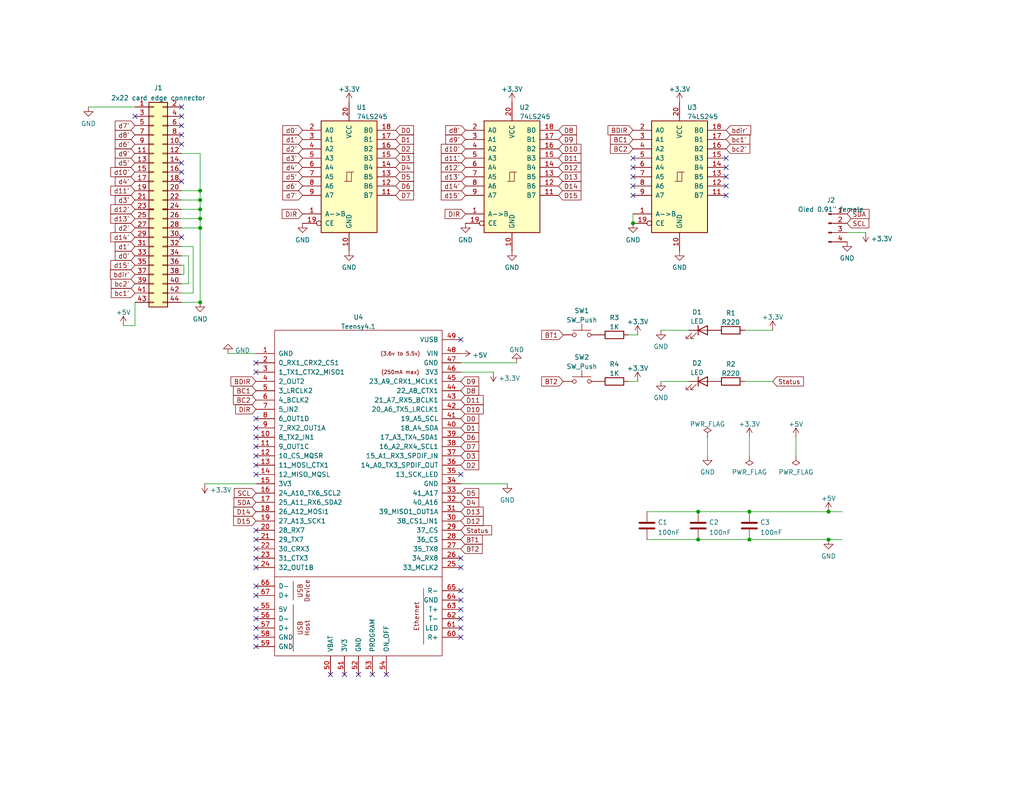
<source format=kicad_sch>
(kicad_sch (version 20211123) (generator eeschema)

  (uuid e63e39d7-6ac0-4ffd-8aa3-1841a4541b55)

  (paper "A")

  (lib_symbols
    (symbol "74xx:74LS245" (pin_names (offset 1.016)) (in_bom yes) (on_board yes)
      (property "Reference" "U" (id 0) (at -7.62 16.51 0)
        (effects (font (size 1.27 1.27)))
      )
      (property "Value" "74LS245" (id 1) (at -7.62 -16.51 0)
        (effects (font (size 1.27 1.27)))
      )
      (property "Footprint" "" (id 2) (at 0 0 0)
        (effects (font (size 1.27 1.27)) hide)
      )
      (property "Datasheet" "http://www.ti.com/lit/gpn/sn74LS245" (id 3) (at 0 0 0)
        (effects (font (size 1.27 1.27)) hide)
      )
      (property "ki_locked" "" (id 4) (at 0 0 0)
        (effects (font (size 1.27 1.27)))
      )
      (property "ki_keywords" "TTL BUS 3State" (id 5) (at 0 0 0)
        (effects (font (size 1.27 1.27)) hide)
      )
      (property "ki_description" "Octal BUS Transceivers, 3-State outputs" (id 6) (at 0 0 0)
        (effects (font (size 1.27 1.27)) hide)
      )
      (property "ki_fp_filters" "DIP?20*" (id 7) (at 0 0 0)
        (effects (font (size 1.27 1.27)) hide)
      )
      (symbol "74LS245_1_0"
        (polyline
          (pts
            (xy -0.635 -1.27)
            (xy -0.635 1.27)
            (xy 0.635 1.27)
          )
          (stroke (width 0) (type default) (color 0 0 0 0))
          (fill (type none))
        )
        (polyline
          (pts
            (xy -1.27 -1.27)
            (xy 0.635 -1.27)
            (xy 0.635 1.27)
            (xy 1.27 1.27)
          )
          (stroke (width 0) (type default) (color 0 0 0 0))
          (fill (type none))
        )
        (pin input line (at -12.7 -10.16 0) (length 5.08)
          (name "A->B" (effects (font (size 1.27 1.27))))
          (number "1" (effects (font (size 1.27 1.27))))
        )
        (pin power_in line (at 0 -20.32 90) (length 5.08)
          (name "GND" (effects (font (size 1.27 1.27))))
          (number "10" (effects (font (size 1.27 1.27))))
        )
        (pin tri_state line (at 12.7 -5.08 180) (length 5.08)
          (name "B7" (effects (font (size 1.27 1.27))))
          (number "11" (effects (font (size 1.27 1.27))))
        )
        (pin tri_state line (at 12.7 -2.54 180) (length 5.08)
          (name "B6" (effects (font (size 1.27 1.27))))
          (number "12" (effects (font (size 1.27 1.27))))
        )
        (pin tri_state line (at 12.7 0 180) (length 5.08)
          (name "B5" (effects (font (size 1.27 1.27))))
          (number "13" (effects (font (size 1.27 1.27))))
        )
        (pin tri_state line (at 12.7 2.54 180) (length 5.08)
          (name "B4" (effects (font (size 1.27 1.27))))
          (number "14" (effects (font (size 1.27 1.27))))
        )
        (pin tri_state line (at 12.7 5.08 180) (length 5.08)
          (name "B3" (effects (font (size 1.27 1.27))))
          (number "15" (effects (font (size 1.27 1.27))))
        )
        (pin tri_state line (at 12.7 7.62 180) (length 5.08)
          (name "B2" (effects (font (size 1.27 1.27))))
          (number "16" (effects (font (size 1.27 1.27))))
        )
        (pin tri_state line (at 12.7 10.16 180) (length 5.08)
          (name "B1" (effects (font (size 1.27 1.27))))
          (number "17" (effects (font (size 1.27 1.27))))
        )
        (pin tri_state line (at 12.7 12.7 180) (length 5.08)
          (name "B0" (effects (font (size 1.27 1.27))))
          (number "18" (effects (font (size 1.27 1.27))))
        )
        (pin input inverted (at -12.7 -12.7 0) (length 5.08)
          (name "CE" (effects (font (size 1.27 1.27))))
          (number "19" (effects (font (size 1.27 1.27))))
        )
        (pin tri_state line (at -12.7 12.7 0) (length 5.08)
          (name "A0" (effects (font (size 1.27 1.27))))
          (number "2" (effects (font (size 1.27 1.27))))
        )
        (pin power_in line (at 0 20.32 270) (length 5.08)
          (name "VCC" (effects (font (size 1.27 1.27))))
          (number "20" (effects (font (size 1.27 1.27))))
        )
        (pin tri_state line (at -12.7 10.16 0) (length 5.08)
          (name "A1" (effects (font (size 1.27 1.27))))
          (number "3" (effects (font (size 1.27 1.27))))
        )
        (pin tri_state line (at -12.7 7.62 0) (length 5.08)
          (name "A2" (effects (font (size 1.27 1.27))))
          (number "4" (effects (font (size 1.27 1.27))))
        )
        (pin tri_state line (at -12.7 5.08 0) (length 5.08)
          (name "A3" (effects (font (size 1.27 1.27))))
          (number "5" (effects (font (size 1.27 1.27))))
        )
        (pin tri_state line (at -12.7 2.54 0) (length 5.08)
          (name "A4" (effects (font (size 1.27 1.27))))
          (number "6" (effects (font (size 1.27 1.27))))
        )
        (pin tri_state line (at -12.7 0 0) (length 5.08)
          (name "A5" (effects (font (size 1.27 1.27))))
          (number "7" (effects (font (size 1.27 1.27))))
        )
        (pin tri_state line (at -12.7 -2.54 0) (length 5.08)
          (name "A6" (effects (font (size 1.27 1.27))))
          (number "8" (effects (font (size 1.27 1.27))))
        )
        (pin tri_state line (at -12.7 -5.08 0) (length 5.08)
          (name "A7" (effects (font (size 1.27 1.27))))
          (number "9" (effects (font (size 1.27 1.27))))
        )
      )
      (symbol "74LS245_1_1"
        (rectangle (start -7.62 15.24) (end 7.62 -15.24)
          (stroke (width 0.254) (type default) (color 0 0 0 0))
          (fill (type background))
        )
      )
    )
    (symbol "Connector:Conn_01x04_Male" (pin_names (offset 1.016) hide) (in_bom yes) (on_board yes)
      (property "Reference" "J" (id 0) (at 0 5.08 0)
        (effects (font (size 1.27 1.27)))
      )
      (property "Value" "Conn_01x04_Male" (id 1) (at 0 -7.62 0)
        (effects (font (size 1.27 1.27)))
      )
      (property "Footprint" "" (id 2) (at 0 0 0)
        (effects (font (size 1.27 1.27)) hide)
      )
      (property "Datasheet" "~" (id 3) (at 0 0 0)
        (effects (font (size 1.27 1.27)) hide)
      )
      (property "ki_keywords" "connector" (id 4) (at 0 0 0)
        (effects (font (size 1.27 1.27)) hide)
      )
      (property "ki_description" "Generic connector, single row, 01x04, script generated (kicad-library-utils/schlib/autogen/connector/)" (id 5) (at 0 0 0)
        (effects (font (size 1.27 1.27)) hide)
      )
      (property "ki_fp_filters" "Connector*:*_1x??_*" (id 6) (at 0 0 0)
        (effects (font (size 1.27 1.27)) hide)
      )
      (symbol "Conn_01x04_Male_1_1"
        (polyline
          (pts
            (xy 1.27 -5.08)
            (xy 0.8636 -5.08)
          )
          (stroke (width 0.1524) (type default) (color 0 0 0 0))
          (fill (type none))
        )
        (polyline
          (pts
            (xy 1.27 -2.54)
            (xy 0.8636 -2.54)
          )
          (stroke (width 0.1524) (type default) (color 0 0 0 0))
          (fill (type none))
        )
        (polyline
          (pts
            (xy 1.27 0)
            (xy 0.8636 0)
          )
          (stroke (width 0.1524) (type default) (color 0 0 0 0))
          (fill (type none))
        )
        (polyline
          (pts
            (xy 1.27 2.54)
            (xy 0.8636 2.54)
          )
          (stroke (width 0.1524) (type default) (color 0 0 0 0))
          (fill (type none))
        )
        (rectangle (start 0.8636 -4.953) (end 0 -5.207)
          (stroke (width 0.1524) (type default) (color 0 0 0 0))
          (fill (type outline))
        )
        (rectangle (start 0.8636 -2.413) (end 0 -2.667)
          (stroke (width 0.1524) (type default) (color 0 0 0 0))
          (fill (type outline))
        )
        (rectangle (start 0.8636 0.127) (end 0 -0.127)
          (stroke (width 0.1524) (type default) (color 0 0 0 0))
          (fill (type outline))
        )
        (rectangle (start 0.8636 2.667) (end 0 2.413)
          (stroke (width 0.1524) (type default) (color 0 0 0 0))
          (fill (type outline))
        )
        (pin passive line (at 5.08 2.54 180) (length 3.81)
          (name "Pin_1" (effects (font (size 1.27 1.27))))
          (number "1" (effects (font (size 1.27 1.27))))
        )
        (pin passive line (at 5.08 0 180) (length 3.81)
          (name "Pin_2" (effects (font (size 1.27 1.27))))
          (number "2" (effects (font (size 1.27 1.27))))
        )
        (pin passive line (at 5.08 -2.54 180) (length 3.81)
          (name "Pin_3" (effects (font (size 1.27 1.27))))
          (number "3" (effects (font (size 1.27 1.27))))
        )
        (pin passive line (at 5.08 -5.08 180) (length 3.81)
          (name "Pin_4" (effects (font (size 1.27 1.27))))
          (number "4" (effects (font (size 1.27 1.27))))
        )
      )
    )
    (symbol "Device:C" (pin_numbers hide) (pin_names (offset 0.254)) (in_bom yes) (on_board yes)
      (property "Reference" "C" (id 0) (at 0.635 2.54 0)
        (effects (font (size 1.27 1.27)) (justify left))
      )
      (property "Value" "C" (id 1) (at 0.635 -2.54 0)
        (effects (font (size 1.27 1.27)) (justify left))
      )
      (property "Footprint" "" (id 2) (at 0.9652 -3.81 0)
        (effects (font (size 1.27 1.27)) hide)
      )
      (property "Datasheet" "~" (id 3) (at 0 0 0)
        (effects (font (size 1.27 1.27)) hide)
      )
      (property "ki_keywords" "cap capacitor" (id 4) (at 0 0 0)
        (effects (font (size 1.27 1.27)) hide)
      )
      (property "ki_description" "Unpolarized capacitor" (id 5) (at 0 0 0)
        (effects (font (size 1.27 1.27)) hide)
      )
      (property "ki_fp_filters" "C_*" (id 6) (at 0 0 0)
        (effects (font (size 1.27 1.27)) hide)
      )
      (symbol "C_0_1"
        (polyline
          (pts
            (xy -2.032 -0.762)
            (xy 2.032 -0.762)
          )
          (stroke (width 0.508) (type default) (color 0 0 0 0))
          (fill (type none))
        )
        (polyline
          (pts
            (xy -2.032 0.762)
            (xy 2.032 0.762)
          )
          (stroke (width 0.508) (type default) (color 0 0 0 0))
          (fill (type none))
        )
      )
      (symbol "C_1_1"
        (pin passive line (at 0 3.81 270) (length 2.794)
          (name "~" (effects (font (size 1.27 1.27))))
          (number "1" (effects (font (size 1.27 1.27))))
        )
        (pin passive line (at 0 -3.81 90) (length 2.794)
          (name "~" (effects (font (size 1.27 1.27))))
          (number "2" (effects (font (size 1.27 1.27))))
        )
      )
    )
    (symbol "Device:LED" (pin_numbers hide) (pin_names (offset 1.016) hide) (in_bom yes) (on_board yes)
      (property "Reference" "D" (id 0) (at 0 2.54 0)
        (effects (font (size 1.27 1.27)))
      )
      (property "Value" "LED" (id 1) (at 0 -2.54 0)
        (effects (font (size 1.27 1.27)))
      )
      (property "Footprint" "" (id 2) (at 0 0 0)
        (effects (font (size 1.27 1.27)) hide)
      )
      (property "Datasheet" "~" (id 3) (at 0 0 0)
        (effects (font (size 1.27 1.27)) hide)
      )
      (property "ki_keywords" "LED diode" (id 4) (at 0 0 0)
        (effects (font (size 1.27 1.27)) hide)
      )
      (property "ki_description" "Light emitting diode" (id 5) (at 0 0 0)
        (effects (font (size 1.27 1.27)) hide)
      )
      (property "ki_fp_filters" "LED* LED_SMD:* LED_THT:*" (id 6) (at 0 0 0)
        (effects (font (size 1.27 1.27)) hide)
      )
      (symbol "LED_0_1"
        (polyline
          (pts
            (xy -1.27 -1.27)
            (xy -1.27 1.27)
          )
          (stroke (width 0.254) (type default) (color 0 0 0 0))
          (fill (type none))
        )
        (polyline
          (pts
            (xy -1.27 0)
            (xy 1.27 0)
          )
          (stroke (width 0) (type default) (color 0 0 0 0))
          (fill (type none))
        )
        (polyline
          (pts
            (xy 1.27 -1.27)
            (xy 1.27 1.27)
            (xy -1.27 0)
            (xy 1.27 -1.27)
          )
          (stroke (width 0.254) (type default) (color 0 0 0 0))
          (fill (type none))
        )
        (polyline
          (pts
            (xy -3.048 -0.762)
            (xy -4.572 -2.286)
            (xy -3.81 -2.286)
            (xy -4.572 -2.286)
            (xy -4.572 -1.524)
          )
          (stroke (width 0) (type default) (color 0 0 0 0))
          (fill (type none))
        )
        (polyline
          (pts
            (xy -1.778 -0.762)
            (xy -3.302 -2.286)
            (xy -2.54 -2.286)
            (xy -3.302 -2.286)
            (xy -3.302 -1.524)
          )
          (stroke (width 0) (type default) (color 0 0 0 0))
          (fill (type none))
        )
      )
      (symbol "LED_1_1"
        (pin passive line (at -3.81 0 0) (length 2.54)
          (name "K" (effects (font (size 1.27 1.27))))
          (number "1" (effects (font (size 1.27 1.27))))
        )
        (pin passive line (at 3.81 0 180) (length 2.54)
          (name "A" (effects (font (size 1.27 1.27))))
          (number "2" (effects (font (size 1.27 1.27))))
        )
      )
    )
    (symbol "Device:R" (pin_numbers hide) (pin_names (offset 0)) (in_bom yes) (on_board yes)
      (property "Reference" "R" (id 0) (at 2.032 0 90)
        (effects (font (size 1.27 1.27)))
      )
      (property "Value" "R" (id 1) (at 0 0 90)
        (effects (font (size 1.27 1.27)))
      )
      (property "Footprint" "" (id 2) (at -1.778 0 90)
        (effects (font (size 1.27 1.27)) hide)
      )
      (property "Datasheet" "~" (id 3) (at 0 0 0)
        (effects (font (size 1.27 1.27)) hide)
      )
      (property "ki_keywords" "R res resistor" (id 4) (at 0 0 0)
        (effects (font (size 1.27 1.27)) hide)
      )
      (property "ki_description" "Resistor" (id 5) (at 0 0 0)
        (effects (font (size 1.27 1.27)) hide)
      )
      (property "ki_fp_filters" "R_*" (id 6) (at 0 0 0)
        (effects (font (size 1.27 1.27)) hide)
      )
      (symbol "R_0_1"
        (rectangle (start -1.016 -2.54) (end 1.016 2.54)
          (stroke (width 0.254) (type default) (color 0 0 0 0))
          (fill (type none))
        )
      )
      (symbol "R_1_1"
        (pin passive line (at 0 3.81 270) (length 1.27)
          (name "~" (effects (font (size 1.27 1.27))))
          (number "1" (effects (font (size 1.27 1.27))))
        )
        (pin passive line (at 0 -3.81 90) (length 1.27)
          (name "~" (effects (font (size 1.27 1.27))))
          (number "2" (effects (font (size 1.27 1.27))))
        )
      )
    )
    (symbol "Evan's misc parts:2x22 card edge connector" (pin_names (offset 1.016) hide) (in_bom yes) (on_board yes)
      (property "Reference" "J" (id 0) (at 1.27 15.24 0)
        (effects (font (size 1.27 1.27)))
      )
      (property "Value" "2x22 card edge connector" (id 1) (at 1.27 -43.18 0)
        (effects (font (size 1.27 1.27)))
      )
      (property "Footprint" "" (id 2) (at 0 0 0)
        (effects (font (size 1.27 1.27)) hide)
      )
      (property "Datasheet" "~" (id 3) (at 0 0 0)
        (effects (font (size 1.27 1.27)) hide)
      )
      (property "ki_keywords" "connector" (id 4) (at 0 0 0)
        (effects (font (size 1.27 1.27)) hide)
      )
      (property "ki_description" "Generic connector, double row, 02x22, Even odd pin numbering" (id 5) (at 0 0 0)
        (effects (font (size 1.27 1.27)) hide)
      )
      (property "ki_fp_filters" "Connector*:*_2x??_*" (id 6) (at 0 0 0)
        (effects (font (size 1.27 1.27)) hide)
      )
      (symbol "2x22 card edge connector_1_1"
        (rectangle (start -1.27 -40.513) (end 0 -40.767)
          (stroke (width 0.1524) (type default) (color 0 0 0 0))
          (fill (type none))
        )
        (rectangle (start -1.27 -37.973) (end 0 -38.227)
          (stroke (width 0.1524) (type default) (color 0 0 0 0))
          (fill (type none))
        )
        (rectangle (start -1.27 -35.433) (end 0 -35.687)
          (stroke (width 0.1524) (type default) (color 0 0 0 0))
          (fill (type none))
        )
        (rectangle (start -1.27 -32.893) (end 0 -33.147)
          (stroke (width 0.1524) (type default) (color 0 0 0 0))
          (fill (type none))
        )
        (rectangle (start -1.27 -30.353) (end 0 -30.607)
          (stroke (width 0.1524) (type default) (color 0 0 0 0))
          (fill (type none))
        )
        (rectangle (start -1.27 -27.813) (end 0 -28.067)
          (stroke (width 0.1524) (type default) (color 0 0 0 0))
          (fill (type none))
        )
        (rectangle (start -1.27 -25.273) (end 0 -25.527)
          (stroke (width 0.1524) (type default) (color 0 0 0 0))
          (fill (type none))
        )
        (rectangle (start -1.27 -22.733) (end 0 -22.987)
          (stroke (width 0.1524) (type default) (color 0 0 0 0))
          (fill (type none))
        )
        (rectangle (start -1.27 -20.193) (end 0 -20.447)
          (stroke (width 0.1524) (type default) (color 0 0 0 0))
          (fill (type none))
        )
        (rectangle (start -1.27 -17.653) (end 0 -17.907)
          (stroke (width 0.1524) (type default) (color 0 0 0 0))
          (fill (type none))
        )
        (rectangle (start -1.27 -15.113) (end 0 -15.367)
          (stroke (width 0.1524) (type default) (color 0 0 0 0))
          (fill (type none))
        )
        (rectangle (start -1.27 -15.113) (end 0 -15.367)
          (stroke (width 0.1524) (type default) (color 0 0 0 0))
          (fill (type none))
        )
        (rectangle (start -1.27 -12.573) (end 0 -12.827)
          (stroke (width 0.1524) (type default) (color 0 0 0 0))
          (fill (type none))
        )
        (rectangle (start -1.27 -10.033) (end 0 -10.287)
          (stroke (width 0.1524) (type default) (color 0 0 0 0))
          (fill (type none))
        )
        (rectangle (start -1.27 -7.493) (end 0 -7.747)
          (stroke (width 0.1524) (type default) (color 0 0 0 0))
          (fill (type none))
        )
        (rectangle (start -1.27 -4.953) (end 0 -5.207)
          (stroke (width 0.1524) (type default) (color 0 0 0 0))
          (fill (type none))
        )
        (rectangle (start -1.27 -2.413) (end 0 -2.667)
          (stroke (width 0.1524) (type default) (color 0 0 0 0))
          (fill (type none))
        )
        (rectangle (start -1.27 0.127) (end 0 -0.127)
          (stroke (width 0.1524) (type default) (color 0 0 0 0))
          (fill (type none))
        )
        (rectangle (start -1.27 2.667) (end 0 2.413)
          (stroke (width 0.1524) (type default) (color 0 0 0 0))
          (fill (type none))
        )
        (rectangle (start -1.27 5.207) (end 0 4.953)
          (stroke (width 0.1524) (type default) (color 0 0 0 0))
          (fill (type none))
        )
        (rectangle (start -1.27 7.747) (end 0 7.493)
          (stroke (width 0.1524) (type default) (color 0 0 0 0))
          (fill (type none))
        )
        (rectangle (start -1.27 10.287) (end 0 10.033)
          (stroke (width 0.1524) (type default) (color 0 0 0 0))
          (fill (type none))
        )
        (rectangle (start -1.27 12.827) (end 0 12.573)
          (stroke (width 0.1524) (type default) (color 0 0 0 0))
          (fill (type none))
        )
        (rectangle (start -1.27 13.97) (end 3.81 -41.91)
          (stroke (width 0.254) (type default) (color 0 0 0 0))
          (fill (type background))
        )
        (rectangle (start 3.81 -40.513) (end 2.54 -40.767)
          (stroke (width 0.1524) (type default) (color 0 0 0 0))
          (fill (type none))
        )
        (rectangle (start 3.81 -37.973) (end 2.54 -38.227)
          (stroke (width 0.1524) (type default) (color 0 0 0 0))
          (fill (type none))
        )
        (rectangle (start 3.81 -35.433) (end 2.54 -35.687)
          (stroke (width 0.1524) (type default) (color 0 0 0 0))
          (fill (type none))
        )
        (rectangle (start 3.81 -32.893) (end 2.54 -33.147)
          (stroke (width 0.1524) (type default) (color 0 0 0 0))
          (fill (type none))
        )
        (rectangle (start 3.81 -30.353) (end 2.54 -30.607)
          (stroke (width 0.1524) (type default) (color 0 0 0 0))
          (fill (type none))
        )
        (rectangle (start 3.81 -27.813) (end 2.54 -28.067)
          (stroke (width 0.1524) (type default) (color 0 0 0 0))
          (fill (type none))
        )
        (rectangle (start 3.81 -25.273) (end 2.54 -25.527)
          (stroke (width 0.1524) (type default) (color 0 0 0 0))
          (fill (type none))
        )
        (rectangle (start 3.81 -22.733) (end 2.54 -22.987)
          (stroke (width 0.1524) (type default) (color 0 0 0 0))
          (fill (type none))
        )
        (rectangle (start 3.81 -20.193) (end 2.54 -20.447)
          (stroke (width 0.1524) (type default) (color 0 0 0 0))
          (fill (type none))
        )
        (rectangle (start 3.81 -17.653) (end 2.54 -17.907)
          (stroke (width 0.1524) (type default) (color 0 0 0 0))
          (fill (type none))
        )
        (rectangle (start 3.81 -15.113) (end 2.54 -15.367)
          (stroke (width 0.1524) (type default) (color 0 0 0 0))
          (fill (type none))
        )
        (rectangle (start 3.81 -15.113) (end 2.54 -15.367)
          (stroke (width 0.1524) (type default) (color 0 0 0 0))
          (fill (type none))
        )
        (rectangle (start 3.81 -12.573) (end 2.54 -12.827)
          (stroke (width 0.1524) (type default) (color 0 0 0 0))
          (fill (type none))
        )
        (rectangle (start 3.81 -10.033) (end 2.54 -10.287)
          (stroke (width 0.1524) (type default) (color 0 0 0 0))
          (fill (type none))
        )
        (rectangle (start 3.81 -7.493) (end 2.54 -7.747)
          (stroke (width 0.1524) (type default) (color 0 0 0 0))
          (fill (type none))
        )
        (rectangle (start 3.81 -4.953) (end 2.54 -5.207)
          (stroke (width 0.1524) (type default) (color 0 0 0 0))
          (fill (type none))
        )
        (rectangle (start 3.81 -2.413) (end 2.54 -2.667)
          (stroke (width 0.1524) (type default) (color 0 0 0 0))
          (fill (type none))
        )
        (rectangle (start 3.81 0.127) (end 2.54 -0.127)
          (stroke (width 0.1524) (type default) (color 0 0 0 0))
          (fill (type none))
        )
        (rectangle (start 3.81 2.667) (end 2.54 2.413)
          (stroke (width 0.1524) (type default) (color 0 0 0 0))
          (fill (type none))
        )
        (rectangle (start 3.81 5.207) (end 2.54 4.953)
          (stroke (width 0.1524) (type default) (color 0 0 0 0))
          (fill (type none))
        )
        (rectangle (start 3.81 7.747) (end 2.54 7.493)
          (stroke (width 0.1524) (type default) (color 0 0 0 0))
          (fill (type none))
        )
        (rectangle (start 3.81 10.287) (end 2.54 10.033)
          (stroke (width 0.1524) (type default) (color 0 0 0 0))
          (fill (type none))
        )
        (rectangle (start 3.81 12.827) (end 2.54 12.573)
          (stroke (width 0.1524) (type default) (color 0 0 0 0))
          (fill (type none))
        )
        (pin passive line (at -5.08 12.7 0) (length 3.81)
          (name "Pin_1" (effects (font (size 1.27 1.27))))
          (number "1" (effects (font (size 1.27 1.27))))
        )
        (pin passive line (at 7.62 2.54 180) (length 3.81)
          (name "Pin_10" (effects (font (size 1.27 1.27))))
          (number "10" (effects (font (size 1.27 1.27))))
        )
        (pin passive line (at -5.08 0 0) (length 3.81)
          (name "Pin_11" (effects (font (size 1.27 1.27))))
          (number "11" (effects (font (size 1.27 1.27))))
        )
        (pin passive line (at 7.62 0 180) (length 3.81)
          (name "Pin_12" (effects (font (size 1.27 1.27))))
          (number "12" (effects (font (size 1.27 1.27))))
        )
        (pin passive line (at -5.08 -2.54 0) (length 3.81)
          (name "Pin_13" (effects (font (size 1.27 1.27))))
          (number "13" (effects (font (size 1.27 1.27))))
        )
        (pin passive line (at 7.62 -2.54 180) (length 3.81)
          (name "Pin_14" (effects (font (size 1.27 1.27))))
          (number "14" (effects (font (size 1.27 1.27))))
        )
        (pin passive line (at -5.08 -5.08 0) (length 3.81)
          (name "Pin_15" (effects (font (size 1.27 1.27))))
          (number "15" (effects (font (size 1.27 1.27))))
        )
        (pin passive line (at 7.62 -5.08 180) (length 3.81)
          (name "Pin_16" (effects (font (size 1.27 1.27))))
          (number "16" (effects (font (size 1.27 1.27))))
        )
        (pin passive line (at -5.08 -7.62 0) (length 3.81)
          (name "Pin_17" (effects (font (size 1.27 1.27))))
          (number "17" (effects (font (size 1.27 1.27))))
        )
        (pin passive line (at 7.62 -7.62 180) (length 3.81)
          (name "Pin_18" (effects (font (size 1.27 1.27))))
          (number "18" (effects (font (size 1.27 1.27))))
        )
        (pin passive line (at -5.08 -10.16 0) (length 3.81)
          (name "Pin_19" (effects (font (size 1.27 1.27))))
          (number "19" (effects (font (size 1.27 1.27))))
        )
        (pin passive line (at 7.62 12.7 180) (length 3.81)
          (name "Pin_2" (effects (font (size 1.27 1.27))))
          (number "2" (effects (font (size 1.27 1.27))))
        )
        (pin passive line (at 7.62 -10.16 180) (length 3.81)
          (name "Pin_20" (effects (font (size 1.27 1.27))))
          (number "20" (effects (font (size 1.27 1.27))))
        )
        (pin passive line (at -5.08 -12.7 0) (length 3.81)
          (name "Pin_21" (effects (font (size 1.27 1.27))))
          (number "21" (effects (font (size 1.27 1.27))))
        )
        (pin passive line (at 7.62 -12.7 180) (length 3.81)
          (name "Pin_22" (effects (font (size 1.27 1.27))))
          (number "22" (effects (font (size 1.27 1.27))))
        )
        (pin passive line (at -5.08 -15.24 0) (length 3.81)
          (name "Pin_23" (effects (font (size 1.27 1.27))))
          (number "23" (effects (font (size 1.27 1.27))))
        )
        (pin passive line (at 7.62 -15.24 180) (length 3.81)
          (name "Pin_24" (effects (font (size 1.27 1.27))))
          (number "24" (effects (font (size 1.27 1.27))))
        )
        (pin passive line (at -5.08 -17.78 0) (length 3.81)
          (name "Pin_25" (effects (font (size 1.27 1.27))))
          (number "25" (effects (font (size 1.27 1.27))))
        )
        (pin passive line (at 7.62 -17.78 180) (length 3.81)
          (name "Pin_26" (effects (font (size 1.27 1.27))))
          (number "26" (effects (font (size 1.27 1.27))))
        )
        (pin passive line (at -5.08 -20.32 0) (length 3.81)
          (name "Pin_27" (effects (font (size 1.27 1.27))))
          (number "27" (effects (font (size 1.27 1.27))))
        )
        (pin passive line (at 7.62 -20.32 180) (length 3.81)
          (name "Pin_28" (effects (font (size 1.27 1.27))))
          (number "28" (effects (font (size 1.27 1.27))))
        )
        (pin passive line (at -5.08 -22.86 0) (length 3.81)
          (name "Pin_29" (effects (font (size 1.27 1.27))))
          (number "29" (effects (font (size 1.27 1.27))))
        )
        (pin passive line (at -5.08 10.16 0) (length 3.81)
          (name "Pin_3" (effects (font (size 1.27 1.27))))
          (number "3" (effects (font (size 1.27 1.27))))
        )
        (pin passive line (at 7.62 -22.86 180) (length 3.81)
          (name "Pin_30" (effects (font (size 1.27 1.27))))
          (number "30" (effects (font (size 1.27 1.27))))
        )
        (pin passive line (at -5.08 -25.4 0) (length 3.81)
          (name "Pin_31" (effects (font (size 1.27 1.27))))
          (number "31" (effects (font (size 1.27 1.27))))
        )
        (pin passive line (at 7.62 -25.4 180) (length 3.81)
          (name "Pin_32" (effects (font (size 1.27 1.27))))
          (number "32" (effects (font (size 1.27 1.27))))
        )
        (pin passive line (at -5.08 -27.94 0) (length 3.81)
          (name "Pin_33" (effects (font (size 1.27 1.27))))
          (number "33" (effects (font (size 1.27 1.27))))
        )
        (pin passive line (at 7.62 -27.94 180) (length 3.81)
          (name "Pin_34" (effects (font (size 1.27 1.27))))
          (number "34" (effects (font (size 1.27 1.27))))
        )
        (pin passive line (at -5.08 -30.48 0) (length 3.81)
          (name "Pin_35" (effects (font (size 1.27 1.27))))
          (number "35" (effects (font (size 1.27 1.27))))
        )
        (pin passive line (at 7.62 -30.48 180) (length 3.81)
          (name "Pin_36" (effects (font (size 1.27 1.27))))
          (number "36" (effects (font (size 1.27 1.27))))
        )
        (pin passive line (at -5.08 -33.02 0) (length 3.81)
          (name "Pin_37" (effects (font (size 1.27 1.27))))
          (number "37" (effects (font (size 1.27 1.27))))
        )
        (pin passive line (at 7.62 -33.02 180) (length 3.81)
          (name "Pin_38" (effects (font (size 1.27 1.27))))
          (number "38" (effects (font (size 1.27 1.27))))
        )
        (pin passive line (at -5.08 -35.56 0) (length 3.81)
          (name "Pin_39" (effects (font (size 1.27 1.27))))
          (number "39" (effects (font (size 1.27 1.27))))
        )
        (pin passive line (at 7.62 10.16 180) (length 3.81)
          (name "Pin_4" (effects (font (size 1.27 1.27))))
          (number "4" (effects (font (size 1.27 1.27))))
        )
        (pin passive line (at 7.62 -35.56 180) (length 3.81)
          (name "Pin_40" (effects (font (size 1.27 1.27))))
          (number "40" (effects (font (size 1.27 1.27))))
        )
        (pin passive line (at -5.08 -38.1 0) (length 3.81)
          (name "Pin_41" (effects (font (size 1.27 1.27))))
          (number "41" (effects (font (size 1.27 1.27))))
        )
        (pin passive line (at 7.62 -38.1 180) (length 3.81)
          (name "Pin_42" (effects (font (size 1.27 1.27))))
          (number "42" (effects (font (size 1.27 1.27))))
        )
        (pin passive line (at -5.08 -40.64 0) (length 3.81)
          (name "Pin_43" (effects (font (size 1.27 1.27))))
          (number "43" (effects (font (size 1.27 1.27))))
        )
        (pin passive line (at 7.62 -40.64 180) (length 3.81)
          (name "Pin_44" (effects (font (size 1.27 1.27))))
          (number "44" (effects (font (size 1.27 1.27))))
        )
        (pin passive line (at -5.08 7.62 0) (length 3.81)
          (name "Pin_5" (effects (font (size 1.27 1.27))))
          (number "5" (effects (font (size 1.27 1.27))))
        )
        (pin passive line (at 7.62 7.62 180) (length 3.81)
          (name "Pin_6" (effects (font (size 1.27 1.27))))
          (number "6" (effects (font (size 1.27 1.27))))
        )
        (pin passive line (at -5.08 5.08 0) (length 3.81)
          (name "Pin_7" (effects (font (size 1.27 1.27))))
          (number "7" (effects (font (size 1.27 1.27))))
        )
        (pin passive line (at 7.62 5.08 180) (length 3.81)
          (name "Pin_8" (effects (font (size 1.27 1.27))))
          (number "8" (effects (font (size 1.27 1.27))))
        )
        (pin passive line (at -5.08 2.54 0) (length 3.81)
          (name "Pin_9" (effects (font (size 1.27 1.27))))
          (number "9" (effects (font (size 1.27 1.27))))
        )
      )
    )
    (symbol "Switch:SW_Push" (pin_numbers hide) (pin_names (offset 1.016) hide) (in_bom yes) (on_board yes)
      (property "Reference" "SW" (id 0) (at 1.27 2.54 0)
        (effects (font (size 1.27 1.27)) (justify left))
      )
      (property "Value" "SW_Push" (id 1) (at 0 -1.524 0)
        (effects (font (size 1.27 1.27)))
      )
      (property "Footprint" "" (id 2) (at 0 5.08 0)
        (effects (font (size 1.27 1.27)) hide)
      )
      (property "Datasheet" "~" (id 3) (at 0 5.08 0)
        (effects (font (size 1.27 1.27)) hide)
      )
      (property "ki_keywords" "switch normally-open pushbutton push-button" (id 4) (at 0 0 0)
        (effects (font (size 1.27 1.27)) hide)
      )
      (property "ki_description" "Push button switch, generic, two pins" (id 5) (at 0 0 0)
        (effects (font (size 1.27 1.27)) hide)
      )
      (symbol "SW_Push_0_1"
        (circle (center -2.032 0) (radius 0.508)
          (stroke (width 0) (type default) (color 0 0 0 0))
          (fill (type none))
        )
        (polyline
          (pts
            (xy 0 1.27)
            (xy 0 3.048)
          )
          (stroke (width 0) (type default) (color 0 0 0 0))
          (fill (type none))
        )
        (polyline
          (pts
            (xy 2.54 1.27)
            (xy -2.54 1.27)
          )
          (stroke (width 0) (type default) (color 0 0 0 0))
          (fill (type none))
        )
        (circle (center 2.032 0) (radius 0.508)
          (stroke (width 0) (type default) (color 0 0 0 0))
          (fill (type none))
        )
        (pin passive line (at -5.08 0 0) (length 2.54)
          (name "1" (effects (font (size 1.27 1.27))))
          (number "1" (effects (font (size 1.27 1.27))))
        )
        (pin passive line (at 5.08 0 180) (length 2.54)
          (name "2" (effects (font (size 1.27 1.27))))
          (number "2" (effects (font (size 1.27 1.27))))
        )
      )
    )
    (symbol "power:+3.3V" (power) (pin_names (offset 0)) (in_bom yes) (on_board yes)
      (property "Reference" "#PWR" (id 0) (at 0 -3.81 0)
        (effects (font (size 1.27 1.27)) hide)
      )
      (property "Value" "+3.3V" (id 1) (at 0 3.556 0)
        (effects (font (size 1.27 1.27)))
      )
      (property "Footprint" "" (id 2) (at 0 0 0)
        (effects (font (size 1.27 1.27)) hide)
      )
      (property "Datasheet" "" (id 3) (at 0 0 0)
        (effects (font (size 1.27 1.27)) hide)
      )
      (property "ki_keywords" "power-flag" (id 4) (at 0 0 0)
        (effects (font (size 1.27 1.27)) hide)
      )
      (property "ki_description" "Power symbol creates a global label with name \"+3.3V\"" (id 5) (at 0 0 0)
        (effects (font (size 1.27 1.27)) hide)
      )
      (symbol "+3.3V_0_1"
        (polyline
          (pts
            (xy -0.762 1.27)
            (xy 0 2.54)
          )
          (stroke (width 0) (type default) (color 0 0 0 0))
          (fill (type none))
        )
        (polyline
          (pts
            (xy 0 0)
            (xy 0 2.54)
          )
          (stroke (width 0) (type default) (color 0 0 0 0))
          (fill (type none))
        )
        (polyline
          (pts
            (xy 0 2.54)
            (xy 0.762 1.27)
          )
          (stroke (width 0) (type default) (color 0 0 0 0))
          (fill (type none))
        )
      )
      (symbol "+3.3V_1_1"
        (pin power_in line (at 0 0 90) (length 0) hide
          (name "+3.3V" (effects (font (size 1.27 1.27))))
          (number "1" (effects (font (size 1.27 1.27))))
        )
      )
    )
    (symbol "power:+5V" (power) (pin_names (offset 0)) (in_bom yes) (on_board yes)
      (property "Reference" "#PWR" (id 0) (at 0 -3.81 0)
        (effects (font (size 1.27 1.27)) hide)
      )
      (property "Value" "+5V" (id 1) (at 0 3.556 0)
        (effects (font (size 1.27 1.27)))
      )
      (property "Footprint" "" (id 2) (at 0 0 0)
        (effects (font (size 1.27 1.27)) hide)
      )
      (property "Datasheet" "" (id 3) (at 0 0 0)
        (effects (font (size 1.27 1.27)) hide)
      )
      (property "ki_keywords" "power-flag" (id 4) (at 0 0 0)
        (effects (font (size 1.27 1.27)) hide)
      )
      (property "ki_description" "Power symbol creates a global label with name \"+5V\"" (id 5) (at 0 0 0)
        (effects (font (size 1.27 1.27)) hide)
      )
      (symbol "+5V_0_1"
        (polyline
          (pts
            (xy -0.762 1.27)
            (xy 0 2.54)
          )
          (stroke (width 0) (type default) (color 0 0 0 0))
          (fill (type none))
        )
        (polyline
          (pts
            (xy 0 0)
            (xy 0 2.54)
          )
          (stroke (width 0) (type default) (color 0 0 0 0))
          (fill (type none))
        )
        (polyline
          (pts
            (xy 0 2.54)
            (xy 0.762 1.27)
          )
          (stroke (width 0) (type default) (color 0 0 0 0))
          (fill (type none))
        )
      )
      (symbol "+5V_1_1"
        (pin power_in line (at 0 0 90) (length 0) hide
          (name "+5V" (effects (font (size 1.27 1.27))))
          (number "1" (effects (font (size 1.27 1.27))))
        )
      )
    )
    (symbol "power:GND" (power) (pin_names (offset 0)) (in_bom yes) (on_board yes)
      (property "Reference" "#PWR" (id 0) (at 0 -6.35 0)
        (effects (font (size 1.27 1.27)) hide)
      )
      (property "Value" "GND" (id 1) (at 0 -3.81 0)
        (effects (font (size 1.27 1.27)))
      )
      (property "Footprint" "" (id 2) (at 0 0 0)
        (effects (font (size 1.27 1.27)) hide)
      )
      (property "Datasheet" "" (id 3) (at 0 0 0)
        (effects (font (size 1.27 1.27)) hide)
      )
      (property "ki_keywords" "power-flag" (id 4) (at 0 0 0)
        (effects (font (size 1.27 1.27)) hide)
      )
      (property "ki_description" "Power symbol creates a global label with name \"GND\" , ground" (id 5) (at 0 0 0)
        (effects (font (size 1.27 1.27)) hide)
      )
      (symbol "GND_0_1"
        (polyline
          (pts
            (xy 0 0)
            (xy 0 -1.27)
            (xy 1.27 -1.27)
            (xy 0 -2.54)
            (xy -1.27 -1.27)
            (xy 0 -1.27)
          )
          (stroke (width 0) (type default) (color 0 0 0 0))
          (fill (type none))
        )
      )
      (symbol "GND_1_1"
        (pin power_in line (at 0 0 270) (length 0) hide
          (name "GND" (effects (font (size 1.27 1.27))))
          (number "1" (effects (font (size 1.27 1.27))))
        )
      )
    )
    (symbol "power:PWR_FLAG" (power) (pin_numbers hide) (pin_names (offset 0) hide) (in_bom yes) (on_board yes)
      (property "Reference" "#FLG" (id 0) (at 0 1.905 0)
        (effects (font (size 1.27 1.27)) hide)
      )
      (property "Value" "PWR_FLAG" (id 1) (at 0 3.81 0)
        (effects (font (size 1.27 1.27)))
      )
      (property "Footprint" "" (id 2) (at 0 0 0)
        (effects (font (size 1.27 1.27)) hide)
      )
      (property "Datasheet" "~" (id 3) (at 0 0 0)
        (effects (font (size 1.27 1.27)) hide)
      )
      (property "ki_keywords" "power-flag" (id 4) (at 0 0 0)
        (effects (font (size 1.27 1.27)) hide)
      )
      (property "ki_description" "Special symbol for telling ERC where power comes from" (id 5) (at 0 0 0)
        (effects (font (size 1.27 1.27)) hide)
      )
      (symbol "PWR_FLAG_0_0"
        (pin power_out line (at 0 0 90) (length 0)
          (name "pwr" (effects (font (size 1.27 1.27))))
          (number "1" (effects (font (size 1.27 1.27))))
        )
      )
      (symbol "PWR_FLAG_0_1"
        (polyline
          (pts
            (xy 0 0)
            (xy 0 1.27)
            (xy -1.016 1.905)
            (xy 0 2.54)
            (xy 1.016 1.905)
            (xy 0 1.27)
          )
          (stroke (width 0) (type default) (color 0 0 0 0))
          (fill (type none))
        )
      )
    )
    (symbol "teensy:Teensy4.1" (pin_names (offset 1.016)) (in_bom yes) (on_board yes)
      (property "Reference" "U" (id 0) (at 0 64.77 0)
        (effects (font (size 1.27 1.27)))
      )
      (property "Value" "Teensy4.1" (id 1) (at 0 62.23 0)
        (effects (font (size 1.27 1.27)))
      )
      (property "Footprint" "" (id 2) (at -10.16 10.16 0)
        (effects (font (size 1.27 1.27)) hide)
      )
      (property "Datasheet" "" (id 3) (at -10.16 10.16 0)
        (effects (font (size 1.27 1.27)) hide)
      )
      (symbol "Teensy4.1_0_0"
        (polyline
          (pts
            (xy -22.86 -6.35)
            (xy 22.86 -6.35)
          )
          (stroke (width 0) (type default) (color 0 0 0 0))
          (fill (type none))
        )
        (polyline
          (pts
            (xy -17.78 -26.67)
            (xy -17.78 -13.97)
          )
          (stroke (width 0) (type default) (color 0 0 0 0))
          (fill (type none))
        )
        (polyline
          (pts
            (xy -17.78 -7.62)
            (xy -17.78 -12.7)
          )
          (stroke (width 0) (type default) (color 0 0 0 0))
          (fill (type none))
        )
        (polyline
          (pts
            (xy 17.78 -9.525)
            (xy 17.78 -24.765)
          )
          (stroke (width 0) (type default) (color 0 0 0 0))
          (fill (type none))
        )
        (text "(250mA max)" (at 11.43 49.53 0)
          (effects (font (size 1.016 1.016)))
        )
        (text "(3.6v to 5.5v)" (at 11.43 54.61 0)
          (effects (font (size 1.016 1.016)))
        )
        (text "Device" (at -13.97 -10.16 900)
          (effects (font (size 1.27 1.27)))
        )
        (text "Ethernet" (at 15.875 -17.145 900)
          (effects (font (size 1.27 1.27)))
        )
        (text "Host" (at -13.97 -20.32 900)
          (effects (font (size 1.27 1.27)))
        )
        (text "USB" (at -15.875 -20.32 900)
          (effects (font (size 1.27 1.27)))
        )
        (text "USB" (at -15.875 -10.16 900)
          (effects (font (size 1.27 1.27)))
        )
        (pin bidirectional line (at -27.94 31.75 0) (length 5.08)
          (name "8_TX2_IN1" (effects (font (size 1.27 1.27))))
          (number "10" (effects (font (size 1.27 1.27))))
        )
        (pin bidirectional line (at -27.94 29.21 0) (length 5.08)
          (name "9_OUT1C" (effects (font (size 1.27 1.27))))
          (number "11" (effects (font (size 1.27 1.27))))
        )
        (pin bidirectional line (at -27.94 26.67 0) (length 5.08)
          (name "10_CS_MQSR" (effects (font (size 1.27 1.27))))
          (number "12" (effects (font (size 1.27 1.27))))
        )
        (pin bidirectional line (at -27.94 24.13 0) (length 5.08)
          (name "11_MOSI_CTX1" (effects (font (size 1.27 1.27))))
          (number "13" (effects (font (size 1.27 1.27))))
        )
        (pin bidirectional line (at -27.94 21.59 0) (length 5.08)
          (name "12_MISO_MQSL" (effects (font (size 1.27 1.27))))
          (number "14" (effects (font (size 1.27 1.27))))
        )
        (pin power_in line (at -27.94 19.05 0) (length 5.08)
          (name "3V3" (effects (font (size 1.27 1.27))))
          (number "15" (effects (font (size 1.27 1.27))))
        )
        (pin bidirectional line (at -27.94 16.51 0) (length 5.08)
          (name "24_A10_TX6_SCL2" (effects (font (size 1.27 1.27))))
          (number "16" (effects (font (size 1.27 1.27))))
        )
        (pin bidirectional line (at -27.94 13.97 0) (length 5.08)
          (name "25_A11_RX6_SDA2" (effects (font (size 1.27 1.27))))
          (number "17" (effects (font (size 1.27 1.27))))
        )
        (pin bidirectional line (at -27.94 11.43 0) (length 5.08)
          (name "26_A12_MOSI1" (effects (font (size 1.27 1.27))))
          (number "18" (effects (font (size 1.27 1.27))))
        )
        (pin bidirectional line (at -27.94 8.89 0) (length 5.08)
          (name "27_A13_SCK1" (effects (font (size 1.27 1.27))))
          (number "19" (effects (font (size 1.27 1.27))))
        )
        (pin bidirectional line (at -27.94 6.35 0) (length 5.08)
          (name "28_RX7" (effects (font (size 1.27 1.27))))
          (number "20" (effects (font (size 1.27 1.27))))
        )
        (pin bidirectional line (at -27.94 3.81 0) (length 5.08)
          (name "29_TX7" (effects (font (size 1.27 1.27))))
          (number "21" (effects (font (size 1.27 1.27))))
        )
        (pin bidirectional line (at -27.94 1.27 0) (length 5.08)
          (name "30_CRX3" (effects (font (size 1.27 1.27))))
          (number "22" (effects (font (size 1.27 1.27))))
        )
        (pin bidirectional line (at -27.94 -1.27 0) (length 5.08)
          (name "31_CTX3" (effects (font (size 1.27 1.27))))
          (number "23" (effects (font (size 1.27 1.27))))
        )
        (pin bidirectional line (at -27.94 -3.81 0) (length 5.08)
          (name "32_OUT1B" (effects (font (size 1.27 1.27))))
          (number "24" (effects (font (size 1.27 1.27))))
        )
        (pin bidirectional line (at 27.94 -3.81 180) (length 5.08)
          (name "33_MCLK2" (effects (font (size 1.27 1.27))))
          (number "25" (effects (font (size 1.27 1.27))))
        )
        (pin bidirectional line (at 27.94 -1.27 180) (length 5.08)
          (name "34_RX8" (effects (font (size 1.27 1.27))))
          (number "26" (effects (font (size 1.27 1.27))))
        )
        (pin bidirectional line (at 27.94 1.27 180) (length 5.08)
          (name "35_TX8" (effects (font (size 1.27 1.27))))
          (number "27" (effects (font (size 1.27 1.27))))
        )
        (pin bidirectional line (at 27.94 3.81 180) (length 5.08)
          (name "36_CS" (effects (font (size 1.27 1.27))))
          (number "28" (effects (font (size 1.27 1.27))))
        )
        (pin bidirectional line (at 27.94 6.35 180) (length 5.08)
          (name "37_CS" (effects (font (size 1.27 1.27))))
          (number "29" (effects (font (size 1.27 1.27))))
        )
        (pin bidirectional line (at 27.94 8.89 180) (length 5.08)
          (name "38_CS1_IN1" (effects (font (size 1.27 1.27))))
          (number "30" (effects (font (size 1.27 1.27))))
        )
        (pin bidirectional line (at 27.94 11.43 180) (length 5.08)
          (name "39_MISO1_OUT1A" (effects (font (size 1.27 1.27))))
          (number "31" (effects (font (size 1.27 1.27))))
        )
        (pin bidirectional line (at 27.94 13.97 180) (length 5.08)
          (name "40_A16" (effects (font (size 1.27 1.27))))
          (number "32" (effects (font (size 1.27 1.27))))
        )
        (pin bidirectional line (at 27.94 16.51 180) (length 5.08)
          (name "41_A17" (effects (font (size 1.27 1.27))))
          (number "33" (effects (font (size 1.27 1.27))))
        )
        (pin bidirectional line (at 27.94 21.59 180) (length 5.08)
          (name "13_SCK_LED" (effects (font (size 1.27 1.27))))
          (number "35" (effects (font (size 1.27 1.27))))
        )
        (pin bidirectional line (at 27.94 24.13 180) (length 5.08)
          (name "14_A0_TX3_SPDIF_OUT" (effects (font (size 1.27 1.27))))
          (number "36" (effects (font (size 1.27 1.27))))
        )
        (pin bidirectional line (at 27.94 26.67 180) (length 5.08)
          (name "15_A1_RX3_SPDIF_IN" (effects (font (size 1.27 1.27))))
          (number "37" (effects (font (size 1.27 1.27))))
        )
        (pin bidirectional line (at 27.94 29.21 180) (length 5.08)
          (name "16_A2_RX4_SCL1" (effects (font (size 1.27 1.27))))
          (number "38" (effects (font (size 1.27 1.27))))
        )
        (pin bidirectional line (at 27.94 31.75 180) (length 5.08)
          (name "17_A3_TX4_SDA1" (effects (font (size 1.27 1.27))))
          (number "39" (effects (font (size 1.27 1.27))))
        )
        (pin bidirectional line (at 27.94 34.29 180) (length 5.08)
          (name "18_A4_SDA" (effects (font (size 1.27 1.27))))
          (number "40" (effects (font (size 1.27 1.27))))
        )
        (pin bidirectional line (at 27.94 36.83 180) (length 5.08)
          (name "19_A5_SCL" (effects (font (size 1.27 1.27))))
          (number "41" (effects (font (size 1.27 1.27))))
        )
        (pin bidirectional line (at 27.94 39.37 180) (length 5.08)
          (name "20_A6_TX5_LRCLK1" (effects (font (size 1.27 1.27))))
          (number "42" (effects (font (size 1.27 1.27))))
        )
        (pin bidirectional line (at 27.94 41.91 180) (length 5.08)
          (name "21_A7_RX5_BCLK1" (effects (font (size 1.27 1.27))))
          (number "43" (effects (font (size 1.27 1.27))))
        )
        (pin bidirectional line (at 27.94 44.45 180) (length 5.08)
          (name "22_A8_CTX1" (effects (font (size 1.27 1.27))))
          (number "44" (effects (font (size 1.27 1.27))))
        )
        (pin bidirectional line (at 27.94 46.99 180) (length 5.08)
          (name "23_A9_CRX1_MCLK1" (effects (font (size 1.27 1.27))))
          (number "45" (effects (font (size 1.27 1.27))))
        )
        (pin output line (at 27.94 49.53 180) (length 5.08)
          (name "3V3" (effects (font (size 1.27 1.27))))
          (number "46" (effects (font (size 1.27 1.27))))
        )
        (pin output line (at 27.94 52.07 180) (length 5.08)
          (name "GND" (effects (font (size 1.27 1.27))))
          (number "47" (effects (font (size 1.27 1.27))))
        )
        (pin power_in line (at 27.94 54.61 180) (length 5.08)
          (name "VIN" (effects (font (size 1.27 1.27))))
          (number "48" (effects (font (size 1.27 1.27))))
        )
        (pin power_out line (at 27.94 58.42 180) (length 5.08)
          (name "VUSB" (effects (font (size 1.27 1.27))))
          (number "49" (effects (font (size 1.27 1.27))))
        )
        (pin bidirectional line (at -27.94 44.45 0) (length 5.08)
          (name "3_LRCLK2" (effects (font (size 1.27 1.27))))
          (number "5" (effects (font (size 1.27 1.27))))
        )
        (pin power_in line (at -7.62 -33.02 90) (length 5.08)
          (name "VBAT" (effects (font (size 1.27 1.27))))
          (number "50" (effects (font (size 1.27 1.27))))
        )
        (pin power_in line (at -3.81 -33.02 90) (length 5.08)
          (name "3V3" (effects (font (size 1.27 1.27))))
          (number "51" (effects (font (size 1.27 1.27))))
        )
        (pin input line (at 0 -33.02 90) (length 5.08)
          (name "GND" (effects (font (size 1.27 1.27))))
          (number "52" (effects (font (size 1.27 1.27))))
        )
        (pin input line (at 3.81 -33.02 90) (length 5.08)
          (name "PROGRAM" (effects (font (size 1.27 1.27))))
          (number "53" (effects (font (size 1.27 1.27))))
        )
        (pin input line (at 7.62 -33.02 90) (length 5.08)
          (name "ON_OFF" (effects (font (size 1.27 1.27))))
          (number "54" (effects (font (size 1.27 1.27))))
        )
        (pin power_out line (at -27.94 -15.24 0) (length 5.08)
          (name "5V" (effects (font (size 1.27 1.27))))
          (number "55" (effects (font (size 1.27 1.27))))
        )
        (pin bidirectional line (at -27.94 -17.78 0) (length 5.08)
          (name "D-" (effects (font (size 1.27 1.27))))
          (number "56" (effects (font (size 1.27 1.27))))
        )
        (pin bidirectional line (at -27.94 -20.32 0) (length 5.08)
          (name "D+" (effects (font (size 1.27 1.27))))
          (number "57" (effects (font (size 1.27 1.27))))
        )
        (pin power_in line (at -27.94 -22.86 0) (length 5.08)
          (name "GND" (effects (font (size 1.27 1.27))))
          (number "58" (effects (font (size 1.27 1.27))))
        )
        (pin power_in line (at -27.94 -25.4 0) (length 5.08)
          (name "GND" (effects (font (size 1.27 1.27))))
          (number "59" (effects (font (size 1.27 1.27))))
        )
        (pin bidirectional line (at -27.94 41.91 0) (length 5.08)
          (name "4_BCLK2" (effects (font (size 1.27 1.27))))
          (number "6" (effects (font (size 1.27 1.27))))
        )
        (pin bidirectional line (at 27.94 -22.86 180) (length 5.08)
          (name "R+" (effects (font (size 1.27 1.27))))
          (number "60" (effects (font (size 1.27 1.27))))
        )
        (pin bidirectional line (at 27.94 -20.32 180) (length 5.08)
          (name "LED" (effects (font (size 1.27 1.27))))
          (number "61" (effects (font (size 1.27 1.27))))
        )
        (pin bidirectional line (at 27.94 -17.78 180) (length 5.08)
          (name "T-" (effects (font (size 1.27 1.27))))
          (number "62" (effects (font (size 1.27 1.27))))
        )
        (pin bidirectional line (at 27.94 -15.24 180) (length 5.08)
          (name "T+" (effects (font (size 1.27 1.27))))
          (number "63" (effects (font (size 1.27 1.27))))
        )
        (pin power_in line (at 27.94 -12.7 180) (length 5.08)
          (name "GND" (effects (font (size 1.27 1.27))))
          (number "64" (effects (font (size 1.27 1.27))))
        )
        (pin bidirectional line (at 27.94 -10.16 180) (length 5.08)
          (name "R-" (effects (font (size 1.27 1.27))))
          (number "65" (effects (font (size 1.27 1.27))))
        )
        (pin bidirectional line (at -27.94 -8.89 0) (length 5.08)
          (name "D-" (effects (font (size 1.27 1.27))))
          (number "66" (effects (font (size 1.27 1.27))))
        )
        (pin bidirectional line (at -27.94 -11.43 0) (length 5.08)
          (name "D+" (effects (font (size 1.27 1.27))))
          (number "67" (effects (font (size 1.27 1.27))))
        )
        (pin bidirectional line (at -27.94 39.37 0) (length 5.08)
          (name "5_IN2" (effects (font (size 1.27 1.27))))
          (number "7" (effects (font (size 1.27 1.27))))
        )
        (pin bidirectional line (at -27.94 36.83 0) (length 5.08)
          (name "6_OUT1D" (effects (font (size 1.27 1.27))))
          (number "8" (effects (font (size 1.27 1.27))))
        )
        (pin bidirectional line (at -27.94 34.29 0) (length 5.08)
          (name "7_RX2_OUT1A" (effects (font (size 1.27 1.27))))
          (number "9" (effects (font (size 1.27 1.27))))
        )
      )
      (symbol "Teensy4.1_0_1"
        (rectangle (start -22.86 60.96) (end 22.86 -27.94)
          (stroke (width 0) (type default) (color 0 0 0 0))
          (fill (type none))
        )
        (rectangle (start -20.32 -1.27) (end -20.32 -1.27)
          (stroke (width 0) (type default) (color 0 0 0 0))
          (fill (type none))
        )
      )
      (symbol "Teensy4.1_1_1"
        (pin power_in line (at -27.94 54.61 0) (length 5.08)
          (name "GND" (effects (font (size 1.27 1.27))))
          (number "1" (effects (font (size 1.27 1.27))))
        )
        (pin bidirectional line (at -27.94 52.07 0) (length 5.08)
          (name "0_RX1_CRX2_CS1" (effects (font (size 1.27 1.27))))
          (number "2" (effects (font (size 1.27 1.27))))
        )
        (pin bidirectional line (at -27.94 49.53 0) (length 5.08)
          (name "1_TX1_CTX2_MISO1" (effects (font (size 1.27 1.27))))
          (number "3" (effects (font (size 1.27 1.27))))
        )
        (pin power_in line (at 27.94 19.05 180) (length 5.08)
          (name "GND" (effects (font (size 1.27 1.27))))
          (number "34" (effects (font (size 1.27 1.27))))
        )
        (pin bidirectional line (at -27.94 46.99 0) (length 5.08)
          (name "2_OUT2" (effects (font (size 1.27 1.27))))
          (number "4" (effects (font (size 1.27 1.27))))
        )
      )
    )
  )


  (junction (at 54.61 62.23) (diameter 0) (color 0 0 0 0)
    (uuid 0c1ea81f-f6c9-429d-864e-1dc5455f4bb4)
  )
  (junction (at 226.06 147.32) (diameter 0) (color 0 0 0 0)
    (uuid 1f0587f3-b3c1-4bf0-bc1e-665e5bf0c5a6)
  )
  (junction (at 190.5 147.32) (diameter 0) (color 0 0 0 0)
    (uuid 2acffaa6-6482-456d-9555-871b5d52f66b)
  )
  (junction (at 54.61 52.07) (diameter 0) (color 0 0 0 0)
    (uuid 45c76f35-000c-4711-9dbd-445fb96aa163)
  )
  (junction (at 54.61 82.55) (diameter 0) (color 0 0 0 0)
    (uuid 6036bd11-33cf-4c14-a557-da368bf48171)
  )
  (junction (at 172.72 60.96) (diameter 0) (color 0 0 0 0)
    (uuid 640fd3ea-9e4e-4169-8d0a-370daf66a3b1)
  )
  (junction (at 190.5 139.7) (diameter 0) (color 0 0 0 0)
    (uuid 6c23b822-7aa6-417d-8e54-e30dcc0dc86e)
  )
  (junction (at 54.61 57.15) (diameter 0) (color 0 0 0 0)
    (uuid 95c47922-b1bc-41c6-9cdf-3907069b29da)
  )
  (junction (at 204.47 139.7) (diameter 0) (color 0 0 0 0)
    (uuid baa0d31e-430b-4838-a795-2162806fa67d)
  )
  (junction (at 204.47 147.32) (diameter 0) (color 0 0 0 0)
    (uuid c68c045c-31f9-424e-8783-408501f2de4f)
  )
  (junction (at 54.61 59.69) (diameter 0) (color 0 0 0 0)
    (uuid c8ba503b-15f0-4bc1-9df3-780531620755)
  )
  (junction (at 226.06 139.7) (diameter 0) (color 0 0 0 0)
    (uuid d6b995c3-a9cd-491b-8240-682ad1f44fa2)
  )
  (junction (at 54.61 54.61) (diameter 0) (color 0 0 0 0)
    (uuid ea966c4d-bdb6-4cd4-adf3-b1b07a090ef3)
  )

  (no_connect (at 49.53 46.99) (uuid 0562866f-504f-486c-bceb-7d627d3a18c6))
  (no_connect (at 49.53 49.53) (uuid 0562866f-504f-486c-bceb-7d627d3a18c7))
  (no_connect (at 49.53 44.45) (uuid 0562866f-504f-486c-bceb-7d627d3a18c8))
  (no_connect (at 49.53 36.83) (uuid 0a4c5b83-a586-4336-887c-929ccebac92e))
  (no_connect (at 49.53 29.21) (uuid 0a4c5b83-a586-4336-887c-929ccebac92f))
  (no_connect (at 49.53 39.37) (uuid 0a4c5b83-a586-4336-887c-929ccebac930))
  (no_connect (at 49.53 31.75) (uuid 0a4c5b83-a586-4336-887c-929ccebac931))
  (no_connect (at 49.53 34.29) (uuid 0a4c5b83-a586-4336-887c-929ccebac932))
  (no_connect (at 69.85 152.4) (uuid 7a4b73da-a361-448d-b8f1-3207cc93c1be))
  (no_connect (at 69.85 154.94) (uuid 7a4b73da-a361-448d-b8f1-3207cc93c1be))
  (no_connect (at 125.73 129.54) (uuid 7a4b73da-a361-448d-b8f1-3207cc93c1be))
  (no_connect (at 125.73 152.4) (uuid 7a4b73da-a361-448d-b8f1-3207cc93c1be))
  (no_connect (at 125.73 154.94) (uuid 7a4b73da-a361-448d-b8f1-3207cc93c1be))
  (no_connect (at 69.85 114.3) (uuid 7a4b73da-a361-448d-b8f1-3207cc93c1be))
  (no_connect (at 69.85 116.84) (uuid 7a4b73da-a361-448d-b8f1-3207cc93c1be))
  (no_connect (at 69.85 119.38) (uuid 7a4b73da-a361-448d-b8f1-3207cc93c1be))
  (no_connect (at 69.85 121.92) (uuid 7a4b73da-a361-448d-b8f1-3207cc93c1be))
  (no_connect (at 69.85 124.46) (uuid 7a4b73da-a361-448d-b8f1-3207cc93c1be))
  (no_connect (at 69.85 127) (uuid 7a4b73da-a361-448d-b8f1-3207cc93c1be))
  (no_connect (at 69.85 129.54) (uuid 7a4b73da-a361-448d-b8f1-3207cc93c1be))
  (no_connect (at 69.85 144.78) (uuid 7a4b73da-a361-448d-b8f1-3207cc93c1be))
  (no_connect (at 69.85 147.32) (uuid 7a4b73da-a361-448d-b8f1-3207cc93c1be))
  (no_connect (at 69.85 149.86) (uuid 7a4b73da-a361-448d-b8f1-3207cc93c1be))
  (no_connect (at 49.53 64.77) (uuid 826b47ff-ef88-4ad7-89a5-ac2c56a2a4b9))
  (no_connect (at 69.85 99.06) (uuid b2e57722-8444-4c6d-96c1-23dc841b6273))
  (no_connect (at 69.85 101.6) (uuid b2e57722-8444-4c6d-96c1-23dc841b6274))
  (no_connect (at 172.72 50.8) (uuid cce50254-1e5f-413f-962e-62ec2b7083f6))
  (no_connect (at 172.72 53.34) (uuid cce50254-1e5f-413f-962e-62ec2b7083f7))
  (no_connect (at 172.72 45.72) (uuid cce50254-1e5f-413f-962e-62ec2b7083f8))
  (no_connect (at 172.72 43.18) (uuid cce50254-1e5f-413f-962e-62ec2b7083f9))
  (no_connect (at 172.72 48.26) (uuid cce50254-1e5f-413f-962e-62ec2b7083fa))
  (no_connect (at 198.12 45.72) (uuid cce50254-1e5f-413f-962e-62ec2b7083fb))
  (no_connect (at 198.12 48.26) (uuid cce50254-1e5f-413f-962e-62ec2b7083fc))
  (no_connect (at 198.12 43.18) (uuid cce50254-1e5f-413f-962e-62ec2b7083fd))
  (no_connect (at 198.12 50.8) (uuid cce50254-1e5f-413f-962e-62ec2b7083fe))
  (no_connect (at 198.12 53.34) (uuid cce50254-1e5f-413f-962e-62ec2b7083ff))
  (no_connect (at 36.83 31.75) (uuid cd12053a-167f-4263-ac76-24186c7689ef))
  (no_connect (at 125.73 92.71) (uuid f4ed73d0-f6bf-4e22-82af-824cd12e71e4))
  (no_connect (at 69.85 166.37) (uuid f5ce71f5-c6a5-4f70-aab2-56558b10df5f))
  (no_connect (at 69.85 168.91) (uuid f5ce71f5-c6a5-4f70-aab2-56558b10df60))
  (no_connect (at 69.85 171.45) (uuid f5ce71f5-c6a5-4f70-aab2-56558b10df61))
  (no_connect (at 69.85 173.99) (uuid f5ce71f5-c6a5-4f70-aab2-56558b10df62))
  (no_connect (at 69.85 176.53) (uuid f5ce71f5-c6a5-4f70-aab2-56558b10df63))
  (no_connect (at 69.85 160.02) (uuid f5ce71f5-c6a5-4f70-aab2-56558b10df64))
  (no_connect (at 69.85 162.56) (uuid f5ce71f5-c6a5-4f70-aab2-56558b10df65))
  (no_connect (at 125.73 161.29) (uuid f5ce71f5-c6a5-4f70-aab2-56558b10df66))
  (no_connect (at 125.73 163.83) (uuid f5ce71f5-c6a5-4f70-aab2-56558b10df67))
  (no_connect (at 125.73 166.37) (uuid f5ce71f5-c6a5-4f70-aab2-56558b10df68))
  (no_connect (at 125.73 168.91) (uuid f5ce71f5-c6a5-4f70-aab2-56558b10df69))
  (no_connect (at 125.73 171.45) (uuid f5ce71f5-c6a5-4f70-aab2-56558b10df6a))
  (no_connect (at 125.73 173.99) (uuid f5ce71f5-c6a5-4f70-aab2-56558b10df6b))
  (no_connect (at 90.17 184.15) (uuid f5ce71f5-c6a5-4f70-aab2-56558b10df6c))
  (no_connect (at 93.98 184.15) (uuid f5ce71f5-c6a5-4f70-aab2-56558b10df6d))
  (no_connect (at 97.79 184.15) (uuid f5ce71f5-c6a5-4f70-aab2-56558b10df6e))
  (no_connect (at 101.6 184.15) (uuid f5ce71f5-c6a5-4f70-aab2-56558b10df6f))
  (no_connect (at 105.41 184.15) (uuid f5ce71f5-c6a5-4f70-aab2-56558b10df70))

  (wire (pts (xy 171.45 104.14) (xy 173.99 104.14))
    (stroke (width 0) (type default) (color 0 0 0 0))
    (uuid 05c6b793-e5e0-4065-a2c2-2d72a2556b8f)
  )
  (wire (pts (xy 49.53 80.01) (xy 52.705 80.01))
    (stroke (width 0) (type default) (color 0 0 0 0))
    (uuid 088998f4-dad7-44cc-930e-45cd33a3dd4e)
  )
  (wire (pts (xy 203.2 104.14) (xy 210.82 104.14))
    (stroke (width 0) (type default) (color 0 0 0 0))
    (uuid 160df522-73ac-4819-819e-e7a318debc43)
  )
  (wire (pts (xy 52.705 67.31) (xy 49.53 67.31))
    (stroke (width 0) (type default) (color 0 0 0 0))
    (uuid 1a1da0cd-27ee-4c88-8a4a-cf9b035c2918)
  )
  (wire (pts (xy 203.2 90.17) (xy 210.82 90.17))
    (stroke (width 0) (type default) (color 0 0 0 0))
    (uuid 25f601b9-86c2-4323-a8b1-5c46939d2267)
  )
  (wire (pts (xy 204.47 147.32) (xy 226.06 147.32))
    (stroke (width 0) (type default) (color 0 0 0 0))
    (uuid 26d7118b-22c8-423e-88dd-79fab13e00c7)
  )
  (wire (pts (xy 54.61 41.91) (xy 49.53 41.91))
    (stroke (width 0) (type default) (color 0 0 0 0))
    (uuid 35d9f19a-8bc4-4db2-807e-b08fc482e1cf)
  )
  (wire (pts (xy 49.53 72.39) (xy 50.165 72.39))
    (stroke (width 0) (type default) (color 0 0 0 0))
    (uuid 3f989b70-1b69-49b2-a4ac-6911a4cd476b)
  )
  (wire (pts (xy 51.435 77.47) (xy 49.53 77.47))
    (stroke (width 0) (type default) (color 0 0 0 0))
    (uuid 4520dbc9-36e4-4f0b-8749-08901ad3211a)
  )
  (wire (pts (xy 54.61 62.23) (xy 49.53 62.23))
    (stroke (width 0) (type default) (color 0 0 0 0))
    (uuid 4e37ded0-60da-4b88-949b-00c5c14e9916)
  )
  (wire (pts (xy 49.53 69.85) (xy 51.435 69.85))
    (stroke (width 0) (type default) (color 0 0 0 0))
    (uuid 516479f9-ec5e-4c43-a920-05f2703b98e4)
  )
  (wire (pts (xy 51.435 69.85) (xy 51.435 77.47))
    (stroke (width 0) (type default) (color 0 0 0 0))
    (uuid 551c78c2-693c-49f1-b5f1-ec69e48108cc)
  )
  (wire (pts (xy 36.83 88.9) (xy 36.83 82.55))
    (stroke (width 0) (type default) (color 0 0 0 0))
    (uuid 56f6da27-3a0d-4f9b-ae14-b991abbf3fcc)
  )
  (wire (pts (xy 193.04 119.38) (xy 193.04 124.46))
    (stroke (width 0) (type default) (color 0 0 0 0))
    (uuid 5a3b8781-bc31-4bbc-a60f-1be2ce57279e)
  )
  (wire (pts (xy 54.61 59.69) (xy 54.61 57.15))
    (stroke (width 0) (type default) (color 0 0 0 0))
    (uuid 5d407e87-6b17-4201-8617-8e3dc9976263)
  )
  (wire (pts (xy 54.61 82.55) (xy 54.61 62.23))
    (stroke (width 0) (type default) (color 0 0 0 0))
    (uuid 5f4c2a04-2a37-4390-80d4-b99d94fef770)
  )
  (wire (pts (xy 54.61 57.15) (xy 49.53 57.15))
    (stroke (width 0) (type default) (color 0 0 0 0))
    (uuid 631d1986-30f7-4f26-9430-1d7739ff5ac3)
  )
  (wire (pts (xy 226.06 139.7) (xy 229.87 139.7))
    (stroke (width 0) (type default) (color 0 0 0 0))
    (uuid 67f6af3b-c720-45d0-91c7-1cb0f4cf2298)
  )
  (wire (pts (xy 52.705 80.01) (xy 52.705 67.31))
    (stroke (width 0) (type default) (color 0 0 0 0))
    (uuid 6a40612b-1825-4875-9c6d-21e09cd6b41b)
  )
  (wire (pts (xy 125.73 132.08) (xy 138.43 132.08))
    (stroke (width 0) (type default) (color 0 0 0 0))
    (uuid 6b4e5078-bbcf-433e-a14b-b1a8b17c4d8a)
  )
  (wire (pts (xy 125.73 101.6) (xy 134.62 101.6))
    (stroke (width 0) (type default) (color 0 0 0 0))
    (uuid 6d1d8c3a-a7d6-4255-b2b3-4c001fdcc372)
  )
  (wire (pts (xy 62.23 96.52) (xy 69.85 96.52))
    (stroke (width 0) (type default) (color 0 0 0 0))
    (uuid 6ed90777-1e1a-4b70-8a29-cb6c93473a0d)
  )
  (wire (pts (xy 50.165 72.39) (xy 50.165 74.93))
    (stroke (width 0) (type default) (color 0 0 0 0))
    (uuid 75fef34e-eec4-4571-84db-92a4f119515c)
  )
  (wire (pts (xy 217.17 119.38) (xy 217.17 124.46))
    (stroke (width 0) (type default) (color 0 0 0 0))
    (uuid 77a98866-30ac-4197-a3f8-02b877a52249)
  )
  (wire (pts (xy 54.61 57.15) (xy 54.61 54.61))
    (stroke (width 0) (type default) (color 0 0 0 0))
    (uuid 7ad418ee-0f24-4a73-9153-6761c77d4568)
  )
  (wire (pts (xy 204.47 139.7) (xy 226.06 139.7))
    (stroke (width 0) (type default) (color 0 0 0 0))
    (uuid 82f75a0e-55cd-4fd2-bdc9-e95bd645b309)
  )
  (wire (pts (xy 55.88 132.08) (xy 69.85 132.08))
    (stroke (width 0) (type default) (color 0 0 0 0))
    (uuid 8966ffc2-88cb-4aa8-aa54-43b3a6afce1d)
  )
  (wire (pts (xy 54.61 62.23) (xy 54.61 59.69))
    (stroke (width 0) (type default) (color 0 0 0 0))
    (uuid 9a0b795e-3368-456c-a072-c9571e6d3723)
  )
  (wire (pts (xy 190.5 147.32) (xy 204.47 147.32))
    (stroke (width 0) (type default) (color 0 0 0 0))
    (uuid a0368365-06ba-4b8d-a001-5500311223d0)
  )
  (wire (pts (xy 176.53 147.32) (xy 190.5 147.32))
    (stroke (width 0) (type default) (color 0 0 0 0))
    (uuid a47d5d6f-cd46-406b-a1af-13f417999218)
  )
  (wire (pts (xy 190.5 139.7) (xy 204.47 139.7))
    (stroke (width 0) (type default) (color 0 0 0 0))
    (uuid b331507b-3de3-44da-ad24-54cb7d9dcaf6)
  )
  (wire (pts (xy 176.53 139.7) (xy 190.5 139.7))
    (stroke (width 0) (type default) (color 0 0 0 0))
    (uuid b7fb02fc-7fd7-49dd-a2fe-5a0ce8fe816b)
  )
  (wire (pts (xy 50.165 74.93) (xy 49.53 74.93))
    (stroke (width 0) (type default) (color 0 0 0 0))
    (uuid b8866627-050f-4871-a4f7-f2daea9c27bf)
  )
  (wire (pts (xy 54.61 82.55) (xy 49.53 82.55))
    (stroke (width 0) (type default) (color 0 0 0 0))
    (uuid b8c9cfd0-3760-4225-b3fb-6d8facccfdba)
  )
  (wire (pts (xy 204.47 119.38) (xy 204.47 124.46))
    (stroke (width 0) (type default) (color 0 0 0 0))
    (uuid b8f00329-56d1-4ee9-bdcb-636be204ac0e)
  )
  (wire (pts (xy 180.34 90.17) (xy 187.96 90.17))
    (stroke (width 0) (type default) (color 0 0 0 0))
    (uuid bd5239ff-19a0-425c-9777-76feebaf1ce7)
  )
  (wire (pts (xy 226.06 147.32) (xy 229.87 147.32))
    (stroke (width 0) (type default) (color 0 0 0 0))
    (uuid bd9aea89-6f0a-4c2f-bb4e-1292399355fa)
  )
  (wire (pts (xy 180.34 104.14) (xy 187.96 104.14))
    (stroke (width 0) (type default) (color 0 0 0 0))
    (uuid c1ca872b-988e-48ef-b0c6-161dac810726)
  )
  (wire (pts (xy 54.61 59.69) (xy 49.53 59.69))
    (stroke (width 0) (type default) (color 0 0 0 0))
    (uuid c9cd9744-bd3c-472f-8382-5d862fedf86b)
  )
  (wire (pts (xy 54.61 54.61) (xy 54.61 52.07))
    (stroke (width 0) (type default) (color 0 0 0 0))
    (uuid d1450dd7-8414-44e9-926d-d67d18775733)
  )
  (wire (pts (xy 54.61 52.07) (xy 49.53 52.07))
    (stroke (width 0) (type default) (color 0 0 0 0))
    (uuid d83d0b8d-9fa8-4dc5-8f45-f1e0cb29bfbc)
  )
  (wire (pts (xy 173.99 91.44) (xy 171.45 91.44))
    (stroke (width 0) (type default) (color 0 0 0 0))
    (uuid d9dce1ef-11b6-432c-9e12-0af5e1f3febd)
  )
  (wire (pts (xy 172.72 58.42) (xy 172.72 60.96))
    (stroke (width 0) (type default) (color 0 0 0 0))
    (uuid daef47b0-c211-47de-bb90-b3f2865309b0)
  )
  (wire (pts (xy 33.655 88.9) (xy 36.83 88.9))
    (stroke (width 0) (type default) (color 0 0 0 0))
    (uuid dc7a6f9c-8985-49a6-b51d-a43acc98ab58)
  )
  (wire (pts (xy 236.22 63.5) (xy 231.14 63.5))
    (stroke (width 0) (type default) (color 0 0 0 0))
    (uuid e238ef16-f199-4087-9afc-ae06b07a4790)
  )
  (wire (pts (xy 125.73 99.06) (xy 140.97 99.06))
    (stroke (width 0) (type default) (color 0 0 0 0))
    (uuid e2cf7f6d-6407-4d8d-8a24-20b3cd49baaf)
  )
  (wire (pts (xy 54.61 41.91) (xy 54.61 52.07))
    (stroke (width 0) (type default) (color 0 0 0 0))
    (uuid ea83197a-a0c2-4de5-ad1b-b03b91c81bdc)
  )
  (wire (pts (xy 24.13 29.21) (xy 36.83 29.21))
    (stroke (width 0) (type default) (color 0 0 0 0))
    (uuid eb1a9d4b-fe88-491e-b74a-b0bf667aaf1c)
  )
  (wire (pts (xy 54.61 54.61) (xy 49.53 54.61))
    (stroke (width 0) (type default) (color 0 0 0 0))
    (uuid f8fa5c2e-6574-4655-97dc-9bf9f2a13e36)
  )

  (global_label "d3'" (shape input) (at 36.83 54.61 180) (fields_autoplaced)
    (effects (font (size 1.27 1.27)) (justify right))
    (uuid 0046e86f-6de6-470a-9b87-edb31ff4ff98)
    (property "Intersheet References" "${INTERSHEET_REFS}" (id 0) (at 31.4536 54.5306 0)
      (effects (font (size 1.27 1.27)) (justify right) hide)
    )
  )
  (global_label "D15" (shape input) (at 69.85 142.24 180) (fields_autoplaced)
    (effects (font (size 1.27 1.27)) (justify right))
    (uuid 00623799-1137-457d-b92f-304d11d5c959)
    (property "Intersheet References" "${INTERSHEET_REFS}" (id 0) (at 63.7479 142.3194 0)
      (effects (font (size 1.27 1.27)) (justify right) hide)
    )
  )
  (global_label "D14" (shape input) (at 69.85 139.7 180) (fields_autoplaced)
    (effects (font (size 1.27 1.27)) (justify right))
    (uuid 00e0d867-8aad-47e5-bf7b-c16fddd396e0)
    (property "Intersheet References" "${INTERSHEET_REFS}" (id 0) (at 63.7479 139.7794 0)
      (effects (font (size 1.27 1.27)) (justify right) hide)
    )
  )
  (global_label "d2'" (shape input) (at 82.55 40.64 180) (fields_autoplaced)
    (effects (font (size 1.27 1.27)) (justify right))
    (uuid 0439553f-ea30-4d17-a80f-5442d9dc1a17)
    (property "Intersheet References" "${INTERSHEET_REFS}" (id 0) (at 77.1736 40.5606 0)
      (effects (font (size 1.27 1.27)) (justify right) hide)
    )
  )
  (global_label "d3'" (shape input) (at 82.55 43.18 180) (fields_autoplaced)
    (effects (font (size 1.27 1.27)) (justify right))
    (uuid 0744d7b8-5bb6-4043-b1f9-94beb801d774)
    (property "Intersheet References" "${INTERSHEET_REFS}" (id 0) (at 77.1736 43.1006 0)
      (effects (font (size 1.27 1.27)) (justify right) hide)
    )
  )
  (global_label "D1" (shape input) (at 125.73 116.84 0) (fields_autoplaced)
    (effects (font (size 1.27 1.27)) (justify left))
    (uuid 07f54b2f-9bc2-4a9e-b9ad-0fa99d81bb27)
    (property "Intersheet References" "${INTERSHEET_REFS}" (id 0) (at 130.6226 116.7606 0)
      (effects (font (size 1.27 1.27)) (justify left) hide)
    )
  )
  (global_label "D2" (shape input) (at 107.95 40.64 0) (fields_autoplaced)
    (effects (font (size 1.27 1.27)) (justify left))
    (uuid 0968d9ea-0be0-45e9-b269-611b694bdd57)
    (property "Intersheet References" "${INTERSHEET_REFS}" (id 0) (at 112.8426 40.5606 0)
      (effects (font (size 1.27 1.27)) (justify left) hide)
    )
  )
  (global_label "D8" (shape input) (at 152.4 35.56 0) (fields_autoplaced)
    (effects (font (size 1.27 1.27)) (justify left))
    (uuid 0a99a985-22fa-4f58-af9e-f85814cc7b60)
    (property "Intersheet References" "${INTERSHEET_REFS}" (id 0) (at 157.2926 35.4806 0)
      (effects (font (size 1.27 1.27)) (justify left) hide)
    )
  )
  (global_label "Status" (shape input) (at 125.73 144.78 0) (fields_autoplaced)
    (effects (font (size 1.27 1.27)) (justify left))
    (uuid 0c597864-bb98-4101-b4f2-a1b55753e9ee)
    (property "Intersheet References" "${INTERSHEET_REFS}" (id 0) (at 134.1302 144.7006 0)
      (effects (font (size 1.27 1.27)) (justify left) hide)
    )
  )
  (global_label "BC2" (shape input) (at 172.72 40.64 180) (fields_autoplaced)
    (effects (font (size 1.27 1.27)) (justify right))
    (uuid 0cd2785f-da24-43cb-af1c-841333ad5c75)
    (property "Intersheet References" "${INTERSHEET_REFS}" (id 0) (at 166.5574 40.5606 0)
      (effects (font (size 1.27 1.27)) (justify right) hide)
    )
  )
  (global_label "BT2" (shape input) (at 153.67 104.14 180) (fields_autoplaced)
    (effects (font (size 1.27 1.27)) (justify right))
    (uuid 0edcf691-4d67-4e9f-a7c7-4213c4a0f072)
    (property "Intersheet References" "${INTERSHEET_REFS}" (id 0) (at 147.8098 104.2194 0)
      (effects (font (size 1.27 1.27)) (justify right) hide)
    )
  )
  (global_label "d11'" (shape input) (at 127 43.18 180) (fields_autoplaced)
    (effects (font (size 1.27 1.27)) (justify right))
    (uuid 11941ada-4f64-4393-8020-77acce528ef9)
    (property "Intersheet References" "${INTERSHEET_REFS}" (id 0) (at 120.414 43.1006 0)
      (effects (font (size 1.27 1.27)) (justify right) hide)
    )
  )
  (global_label "D14" (shape input) (at 152.4 50.8 0) (fields_autoplaced)
    (effects (font (size 1.27 1.27)) (justify left))
    (uuid 16875fbd-7eb6-4418-b9b0-eb229d7d5169)
    (property "Intersheet References" "${INTERSHEET_REFS}" (id 0) (at 158.5021 50.7206 0)
      (effects (font (size 1.27 1.27)) (justify left) hide)
    )
  )
  (global_label "BC2" (shape input) (at 69.85 109.22 180) (fields_autoplaced)
    (effects (font (size 1.27 1.27)) (justify right))
    (uuid 1e581b26-942d-481c-8d0c-ea200ee797eb)
    (property "Intersheet References" "${INTERSHEET_REFS}" (id 0) (at 63.6874 109.1406 0)
      (effects (font (size 1.27 1.27)) (justify right) hide)
    )
  )
  (global_label "bc2'" (shape input) (at 198.12 40.64 0) (fields_autoplaced)
    (effects (font (size 1.27 1.27)) (justify left))
    (uuid 202255a9-6f19-426c-bd86-e78d009aa378)
    (property "Intersheet References" "${INTERSHEET_REFS}" (id 0) (at 204.585 40.5606 0)
      (effects (font (size 1.27 1.27)) (justify left) hide)
    )
  )
  (global_label "BT2" (shape input) (at 125.73 149.86 0) (fields_autoplaced)
    (effects (font (size 1.27 1.27)) (justify left))
    (uuid 21d9a5ec-74ff-4ee5-a488-f05c78b06d12)
    (property "Intersheet References" "${INTERSHEET_REFS}" (id 0) (at 131.5902 149.7806 0)
      (effects (font (size 1.27 1.27)) (justify left) hide)
    )
  )
  (global_label "DIR" (shape input) (at 127 58.42 180) (fields_autoplaced)
    (effects (font (size 1.27 1.27)) (justify right))
    (uuid 236f4588-ee1f-4f4a-ad3b-dfd5eb4590d2)
    (property "Intersheet References" "${INTERSHEET_REFS}" (id 0) (at 121.4421 58.3406 0)
      (effects (font (size 1.27 1.27)) (justify right) hide)
    )
  )
  (global_label "SCL" (shape input) (at 69.85 134.62 180) (fields_autoplaced)
    (effects (font (size 1.27 1.27)) (justify right))
    (uuid 25e49a9d-5654-411c-a19e-eb4fc22d3752)
    (property "Intersheet References" "${INTERSHEET_REFS}" (id 0) (at 63.9293 134.6994 0)
      (effects (font (size 1.27 1.27)) (justify right) hide)
    )
  )
  (global_label "BDIR" (shape input) (at 69.85 104.14 180) (fields_autoplaced)
    (effects (font (size 1.27 1.27)) (justify right))
    (uuid 283a0963-55e3-45f3-88f1-497468af0974)
    (property "Intersheet References" "${INTERSHEET_REFS}" (id 0) (at 63.0221 104.0606 0)
      (effects (font (size 1.27 1.27)) (justify right) hide)
    )
  )
  (global_label "d8'" (shape input) (at 127 35.56 180) (fields_autoplaced)
    (effects (font (size 1.27 1.27)) (justify right))
    (uuid 35ad7bd3-1dc7-4385-9f9b-1b6209a5fea1)
    (property "Intersheet References" "${INTERSHEET_REFS}" (id 0) (at 121.6236 35.4806 0)
      (effects (font (size 1.27 1.27)) (justify right) hide)
    )
  )
  (global_label "d0'" (shape input) (at 36.83 69.85 180) (fields_autoplaced)
    (effects (font (size 1.27 1.27)) (justify right))
    (uuid 3bcdd8c7-ccb7-49bb-9f78-517c60161bd0)
    (property "Intersheet References" "${INTERSHEET_REFS}" (id 0) (at 31.4536 69.7706 0)
      (effects (font (size 1.27 1.27)) (justify right) hide)
    )
  )
  (global_label "D3" (shape input) (at 125.73 124.46 0) (fields_autoplaced)
    (effects (font (size 1.27 1.27)) (justify left))
    (uuid 3bef8a75-f646-454e-8060-f42fd5079bab)
    (property "Intersheet References" "${INTERSHEET_REFS}" (id 0) (at 130.6226 124.3806 0)
      (effects (font (size 1.27 1.27)) (justify left) hide)
    )
  )
  (global_label "d8'" (shape input) (at 36.83 36.83 180) (fields_autoplaced)
    (effects (font (size 1.27 1.27)) (justify right))
    (uuid 42281274-cbf6-4803-9b64-ecc50bf3d469)
    (property "Intersheet References" "${INTERSHEET_REFS}" (id 0) (at 31.4536 36.7506 0)
      (effects (font (size 1.27 1.27)) (justify right) hide)
    )
  )
  (global_label "d1'" (shape input) (at 82.55 38.1 180) (fields_autoplaced)
    (effects (font (size 1.27 1.27)) (justify right))
    (uuid 466dc610-1630-4944-b8b4-792d4f6f2bb1)
    (property "Intersheet References" "${INTERSHEET_REFS}" (id 0) (at 77.1736 38.0206 0)
      (effects (font (size 1.27 1.27)) (justify right) hide)
    )
  )
  (global_label "d12'" (shape input) (at 127 45.72 180) (fields_autoplaced)
    (effects (font (size 1.27 1.27)) (justify right))
    (uuid 472fb768-403e-4b68-8a0b-54cc412c49e7)
    (property "Intersheet References" "${INTERSHEET_REFS}" (id 0) (at 120.414 45.6406 0)
      (effects (font (size 1.27 1.27)) (justify right) hide)
    )
  )
  (global_label "d10'" (shape input) (at 36.83 46.99 180) (fields_autoplaced)
    (effects (font (size 1.27 1.27)) (justify right))
    (uuid 477496c6-d309-4d67-9a5a-939f088d438f)
    (property "Intersheet References" "${INTERSHEET_REFS}" (id 0) (at 30.244 46.9106 0)
      (effects (font (size 1.27 1.27)) (justify right) hide)
    )
  )
  (global_label "D11" (shape input) (at 152.4 43.18 0) (fields_autoplaced)
    (effects (font (size 1.27 1.27)) (justify left))
    (uuid 47b9f7f1-501f-4402-8c7b-e191defe407d)
    (property "Intersheet References" "${INTERSHEET_REFS}" (id 0) (at 158.5021 43.1006 0)
      (effects (font (size 1.27 1.27)) (justify left) hide)
    )
  )
  (global_label "D8" (shape input) (at 125.73 106.68 0) (fields_autoplaced)
    (effects (font (size 1.27 1.27)) (justify left))
    (uuid 4e5f243a-8211-4973-87ed-151bda0a12ba)
    (property "Intersheet References" "${INTERSHEET_REFS}" (id 0) (at 130.6226 106.6006 0)
      (effects (font (size 1.27 1.27)) (justify left) hide)
    )
  )
  (global_label "D5" (shape input) (at 107.95 48.26 0) (fields_autoplaced)
    (effects (font (size 1.27 1.27)) (justify left))
    (uuid 4e772d3b-5275-4951-9dea-abd723f5c213)
    (property "Intersheet References" "${INTERSHEET_REFS}" (id 0) (at 112.8426 48.1806 0)
      (effects (font (size 1.27 1.27)) (justify left) hide)
    )
  )
  (global_label "d9'" (shape input) (at 127 38.1 180) (fields_autoplaced)
    (effects (font (size 1.27 1.27)) (justify right))
    (uuid 4f822ffb-6036-4acf-9c1b-e93b1381783e)
    (property "Intersheet References" "${INTERSHEET_REFS}" (id 0) (at 121.6236 38.0206 0)
      (effects (font (size 1.27 1.27)) (justify right) hide)
    )
  )
  (global_label "d1'" (shape input) (at 36.83 67.31 180) (fields_autoplaced)
    (effects (font (size 1.27 1.27)) (justify right))
    (uuid 55d272db-d4b5-4c2b-b99f-e63259d0b207)
    (property "Intersheet References" "${INTERSHEET_REFS}" (id 0) (at 31.4536 67.2306 0)
      (effects (font (size 1.27 1.27)) (justify right) hide)
    )
  )
  (global_label "bdir'" (shape input) (at 198.12 35.56 0) (fields_autoplaced)
    (effects (font (size 1.27 1.27)) (justify left))
    (uuid 5cdcb7d0-1f0e-4443-a051-b7b5885359f6)
    (property "Intersheet References" "${INTERSHEET_REFS}" (id 0) (at 204.8269 35.4806 0)
      (effects (font (size 1.27 1.27)) (justify left) hide)
    )
  )
  (global_label "D10" (shape input) (at 152.4 40.64 0) (fields_autoplaced)
    (effects (font (size 1.27 1.27)) (justify left))
    (uuid 5dbf8650-4444-4ab6-b70d-fadcd3098dd2)
    (property "Intersheet References" "${INTERSHEET_REFS}" (id 0) (at 158.5021 40.5606 0)
      (effects (font (size 1.27 1.27)) (justify left) hide)
    )
  )
  (global_label "d5'" (shape input) (at 36.83 44.45 180) (fields_autoplaced)
    (effects (font (size 1.27 1.27)) (justify right))
    (uuid 5fe1afe3-16eb-4e61-baf0-2115418f8524)
    (property "Intersheet References" "${INTERSHEET_REFS}" (id 0) (at 31.4536 44.3706 0)
      (effects (font (size 1.27 1.27)) (justify right) hide)
    )
  )
  (global_label "d15'" (shape input) (at 36.83 72.39 180) (fields_autoplaced)
    (effects (font (size 1.27 1.27)) (justify right))
    (uuid 5ff3fa74-2eda-43c3-ada3-944ffa4044f9)
    (property "Intersheet References" "${INTERSHEET_REFS}" (id 0) (at 30.244 72.3106 0)
      (effects (font (size 1.27 1.27)) (justify right) hide)
    )
  )
  (global_label "d4'" (shape input) (at 82.55 45.72 180) (fields_autoplaced)
    (effects (font (size 1.27 1.27)) (justify right))
    (uuid 60681d05-26b3-42d2-9fb4-97b5b52dce3a)
    (property "Intersheet References" "${INTERSHEET_REFS}" (id 0) (at 77.1736 45.6406 0)
      (effects (font (size 1.27 1.27)) (justify right) hide)
    )
  )
  (global_label "BDIR" (shape input) (at 172.72 35.56 180) (fields_autoplaced)
    (effects (font (size 1.27 1.27)) (justify right))
    (uuid 60d9af3c-4190-4363-85b9-4e4457c3af39)
    (property "Intersheet References" "${INTERSHEET_REFS}" (id 0) (at 165.8921 35.4806 0)
      (effects (font (size 1.27 1.27)) (justify right) hide)
    )
  )
  (global_label "d6'" (shape input) (at 36.83 39.37 180) (fields_autoplaced)
    (effects (font (size 1.27 1.27)) (justify right))
    (uuid 619d716a-ce63-4747-8eb7-e9b9f4d63b39)
    (property "Intersheet References" "${INTERSHEET_REFS}" (id 0) (at 31.4536 39.2906 0)
      (effects (font (size 1.27 1.27)) (justify right) hide)
    )
  )
  (global_label "d5'" (shape input) (at 82.55 48.26 180) (fields_autoplaced)
    (effects (font (size 1.27 1.27)) (justify right))
    (uuid 67e740f3-fe44-4de4-93c7-eacd25c54394)
    (property "Intersheet References" "${INTERSHEET_REFS}" (id 0) (at 77.1736 48.1806 0)
      (effects (font (size 1.27 1.27)) (justify right) hide)
    )
  )
  (global_label "d4'" (shape input) (at 36.83 49.53 180) (fields_autoplaced)
    (effects (font (size 1.27 1.27)) (justify right))
    (uuid 6cd5c53c-9340-4155-84d2-1a41840729b2)
    (property "Intersheet References" "${INTERSHEET_REFS}" (id 0) (at 31.4536 49.4506 0)
      (effects (font (size 1.27 1.27)) (justify right) hide)
    )
  )
  (global_label "d14'" (shape input) (at 36.83 64.77 180) (fields_autoplaced)
    (effects (font (size 1.27 1.27)) (justify right))
    (uuid 6f0d5d44-b3b8-413d-bab5-c5b99faacbf3)
    (property "Intersheet References" "${INTERSHEET_REFS}" (id 0) (at 30.244 64.6906 0)
      (effects (font (size 1.27 1.27)) (justify right) hide)
    )
  )
  (global_label "D7" (shape input) (at 107.95 53.34 0) (fields_autoplaced)
    (effects (font (size 1.27 1.27)) (justify left))
    (uuid 6fca92bf-13bf-4ed0-8e7f-d7c77f2bb687)
    (property "Intersheet References" "${INTERSHEET_REFS}" (id 0) (at 112.8426 53.2606 0)
      (effects (font (size 1.27 1.27)) (justify left) hide)
    )
  )
  (global_label "D0" (shape input) (at 107.95 35.56 0) (fields_autoplaced)
    (effects (font (size 1.27 1.27)) (justify left))
    (uuid 6fdefb08-38b0-4bef-a74b-22af1d86b63f)
    (property "Intersheet References" "${INTERSHEET_REFS}" (id 0) (at 112.8426 35.4806 0)
      (effects (font (size 1.27 1.27)) (justify left) hide)
    )
  )
  (global_label "d14'" (shape input) (at 127 50.8 180) (fields_autoplaced)
    (effects (font (size 1.27 1.27)) (justify right))
    (uuid 721d46b6-ad67-4181-9380-586cee26cad8)
    (property "Intersheet References" "${INTERSHEET_REFS}" (id 0) (at 120.414 50.7206 0)
      (effects (font (size 1.27 1.27)) (justify right) hide)
    )
  )
  (global_label "D15" (shape input) (at 152.4 53.34 0) (fields_autoplaced)
    (effects (font (size 1.27 1.27)) (justify left))
    (uuid 7d0e2b47-079c-4153-b296-bc3da5bb00cd)
    (property "Intersheet References" "${INTERSHEET_REFS}" (id 0) (at 158.5021 53.2606 0)
      (effects (font (size 1.27 1.27)) (justify left) hide)
    )
  )
  (global_label "BT1" (shape input) (at 125.73 147.32 0) (fields_autoplaced)
    (effects (font (size 1.27 1.27)) (justify left))
    (uuid 80e9f15c-0f94-4ba5-ac54-1ed6ef3213f1)
    (property "Intersheet References" "${INTERSHEET_REFS}" (id 0) (at 131.5902 147.2406 0)
      (effects (font (size 1.27 1.27)) (justify left) hide)
    )
  )
  (global_label "BC1" (shape input) (at 69.85 106.68 180) (fields_autoplaced)
    (effects (font (size 1.27 1.27)) (justify right))
    (uuid 82e9c288-f95b-4d9c-8508-7cdfc112bdce)
    (property "Intersheet References" "${INTERSHEET_REFS}" (id 0) (at 63.6874 106.6006 0)
      (effects (font (size 1.27 1.27)) (justify right) hide)
    )
  )
  (global_label "DIR" (shape input) (at 69.85 111.76 180) (fields_autoplaced)
    (effects (font (size 1.27 1.27)) (justify right))
    (uuid 860e0b16-eb13-469d-b67b-461ce335a61a)
    (property "Intersheet References" "${INTERSHEET_REFS}" (id 0) (at 64.2921 111.6806 0)
      (effects (font (size 1.27 1.27)) (justify right) hide)
    )
  )
  (global_label "d12'" (shape input) (at 36.83 57.15 180) (fields_autoplaced)
    (effects (font (size 1.27 1.27)) (justify right))
    (uuid 88db2649-beab-4491-934b-c573723c26fd)
    (property "Intersheet References" "${INTERSHEET_REFS}" (id 0) (at 30.244 57.0706 0)
      (effects (font (size 1.27 1.27)) (justify right) hide)
    )
  )
  (global_label "d0'" (shape input) (at 82.55 35.56 180) (fields_autoplaced)
    (effects (font (size 1.27 1.27)) (justify right))
    (uuid 89f0ee85-94d7-4c49-9a34-2a30dbbf187b)
    (property "Intersheet References" "${INTERSHEET_REFS}" (id 0) (at 77.1736 35.4806 0)
      (effects (font (size 1.27 1.27)) (justify right) hide)
    )
  )
  (global_label "d10'" (shape input) (at 127 40.64 180) (fields_autoplaced)
    (effects (font (size 1.27 1.27)) (justify right))
    (uuid 89fe29ff-8e03-4c28-ba97-553ebc233a97)
    (property "Intersheet References" "${INTERSHEET_REFS}" (id 0) (at 120.414 40.5606 0)
      (effects (font (size 1.27 1.27)) (justify right) hide)
    )
  )
  (global_label "D9" (shape input) (at 152.4 38.1 0) (fields_autoplaced)
    (effects (font (size 1.27 1.27)) (justify left))
    (uuid 8ac4beb2-825a-443c-ad0e-6479108d4ea8)
    (property "Intersheet References" "${INTERSHEET_REFS}" (id 0) (at 157.2926 38.0206 0)
      (effects (font (size 1.27 1.27)) (justify left) hide)
    )
  )
  (global_label "d9'" (shape input) (at 36.83 41.91 180) (fields_autoplaced)
    (effects (font (size 1.27 1.27)) (justify right))
    (uuid 8eb0b87a-c5b2-483c-a6da-c50c89c3935f)
    (property "Intersheet References" "${INTERSHEET_REFS}" (id 0) (at 31.4536 41.8306 0)
      (effects (font (size 1.27 1.27)) (justify right) hide)
    )
  )
  (global_label "d2'" (shape input) (at 36.83 62.23 180) (fields_autoplaced)
    (effects (font (size 1.27 1.27)) (justify right))
    (uuid 90d346b4-70fb-46ef-8db3-17a5c6bb4b98)
    (property "Intersheet References" "${INTERSHEET_REFS}" (id 0) (at 31.4536 62.1506 0)
      (effects (font (size 1.27 1.27)) (justify right) hide)
    )
  )
  (global_label "bc1'" (shape input) (at 198.12 38.1 0) (fields_autoplaced)
    (effects (font (size 1.27 1.27)) (justify left))
    (uuid 91031007-0056-4df7-898b-ae6098d3e0d2)
    (property "Intersheet References" "${INTERSHEET_REFS}" (id 0) (at 204.585 38.0206 0)
      (effects (font (size 1.27 1.27)) (justify left) hide)
    )
  )
  (global_label "d7'" (shape input) (at 36.83 34.29 180) (fields_autoplaced)
    (effects (font (size 1.27 1.27)) (justify right))
    (uuid 94b765b8-fbe0-4732-abee-3f09e45bd90f)
    (property "Intersheet References" "${INTERSHEET_REFS}" (id 0) (at 31.4536 34.2106 0)
      (effects (font (size 1.27 1.27)) (justify right) hide)
    )
  )
  (global_label "d6'" (shape input) (at 82.55 50.8 180) (fields_autoplaced)
    (effects (font (size 1.27 1.27)) (justify right))
    (uuid 95458656-a9aa-43aa-8dc6-89263c9dcb13)
    (property "Intersheet References" "${INTERSHEET_REFS}" (id 0) (at 77.1736 50.7206 0)
      (effects (font (size 1.27 1.27)) (justify right) hide)
    )
  )
  (global_label "d13'" (shape input) (at 36.83 59.69 180) (fields_autoplaced)
    (effects (font (size 1.27 1.27)) (justify right))
    (uuid 992abe4e-b7f5-4e07-90f9-194be3c6f7e0)
    (property "Intersheet References" "${INTERSHEET_REFS}" (id 0) (at 30.244 59.6106 0)
      (effects (font (size 1.27 1.27)) (justify right) hide)
    )
  )
  (global_label "D12" (shape input) (at 152.4 45.72 0) (fields_autoplaced)
    (effects (font (size 1.27 1.27)) (justify left))
    (uuid 9a6d324e-5518-4a0a-9d26-18776d4c9a31)
    (property "Intersheet References" "${INTERSHEET_REFS}" (id 0) (at 158.5021 45.6406 0)
      (effects (font (size 1.27 1.27)) (justify left) hide)
    )
  )
  (global_label "d13'" (shape input) (at 127 48.26 180) (fields_autoplaced)
    (effects (font (size 1.27 1.27)) (justify right))
    (uuid 9ac894a3-8b9a-4758-85bd-65d7af9b9d11)
    (property "Intersheet References" "${INTERSHEET_REFS}" (id 0) (at 120.414 48.1806 0)
      (effects (font (size 1.27 1.27)) (justify right) hide)
    )
  )
  (global_label "D13" (shape input) (at 125.73 139.7 0) (fields_autoplaced)
    (effects (font (size 1.27 1.27)) (justify left))
    (uuid a07858ee-e606-4514-8cbd-3555afb46549)
    (property "Intersheet References" "${INTERSHEET_REFS}" (id 0) (at 131.8321 139.6206 0)
      (effects (font (size 1.27 1.27)) (justify left) hide)
    )
  )
  (global_label "SCL" (shape input) (at 231.14 60.96 0) (fields_autoplaced)
    (effects (font (size 1.27 1.27)) (justify left))
    (uuid a1a9398b-8c63-489e-a147-ba1c92b03738)
    (property "Intersheet References" "${INTERSHEET_REFS}" (id 0) (at 237.0607 60.8806 0)
      (effects (font (size 1.27 1.27)) (justify left) hide)
    )
  )
  (global_label "D6" (shape input) (at 125.73 119.38 0) (fields_autoplaced)
    (effects (font (size 1.27 1.27)) (justify left))
    (uuid a2b4444a-4fcc-4a83-9504-5e11ad9d0bfa)
    (property "Intersheet References" "${INTERSHEET_REFS}" (id 0) (at 130.6226 119.3006 0)
      (effects (font (size 1.27 1.27)) (justify left) hide)
    )
  )
  (global_label "D4" (shape input) (at 125.73 137.16 0) (fields_autoplaced)
    (effects (font (size 1.27 1.27)) (justify left))
    (uuid a3c0d225-3d8c-4a4a-a895-fdd839e43d13)
    (property "Intersheet References" "${INTERSHEET_REFS}" (id 0) (at 130.6226 137.0806 0)
      (effects (font (size 1.27 1.27)) (justify left) hide)
    )
  )
  (global_label "D10" (shape input) (at 125.73 111.76 0) (fields_autoplaced)
    (effects (font (size 1.27 1.27)) (justify left))
    (uuid a5edb244-5a11-4503-b63b-30c3b9deaccc)
    (property "Intersheet References" "${INTERSHEET_REFS}" (id 0) (at 131.8321 111.6806 0)
      (effects (font (size 1.27 1.27)) (justify left) hide)
    )
  )
  (global_label "BC1" (shape input) (at 172.72 38.1 180) (fields_autoplaced)
    (effects (font (size 1.27 1.27)) (justify right))
    (uuid a719bcff-88cc-4d85-a9d7-60a8d18b93f6)
    (property "Intersheet References" "${INTERSHEET_REFS}" (id 0) (at 166.5574 38.0206 0)
      (effects (font (size 1.27 1.27)) (justify right) hide)
    )
  )
  (global_label "D3" (shape input) (at 107.95 43.18 0) (fields_autoplaced)
    (effects (font (size 1.27 1.27)) (justify left))
    (uuid ab1066cd-ad5c-421f-b02f-50bd234dc35d)
    (property "Intersheet References" "${INTERSHEET_REFS}" (id 0) (at 112.8426 43.1006 0)
      (effects (font (size 1.27 1.27)) (justify left) hide)
    )
  )
  (global_label "D2" (shape input) (at 125.73 127 0) (fields_autoplaced)
    (effects (font (size 1.27 1.27)) (justify left))
    (uuid af9a5cb2-4f69-4180-b93f-fb5765b1d31d)
    (property "Intersheet References" "${INTERSHEET_REFS}" (id 0) (at 130.6226 126.9206 0)
      (effects (font (size 1.27 1.27)) (justify left) hide)
    )
  )
  (global_label "D4" (shape input) (at 107.95 45.72 0) (fields_autoplaced)
    (effects (font (size 1.27 1.27)) (justify left))
    (uuid b50a6b40-31dc-4420-81f3-c7831c3f39a8)
    (property "Intersheet References" "${INTERSHEET_REFS}" (id 0) (at 112.8426 45.6406 0)
      (effects (font (size 1.27 1.27)) (justify left) hide)
    )
  )
  (global_label "d15'" (shape input) (at 127 53.34 180) (fields_autoplaced)
    (effects (font (size 1.27 1.27)) (justify right))
    (uuid b51b2564-28b6-4355-9975-1c0dba199e93)
    (property "Intersheet References" "${INTERSHEET_REFS}" (id 0) (at 120.414 53.2606 0)
      (effects (font (size 1.27 1.27)) (justify right) hide)
    )
  )
  (global_label "D12" (shape input) (at 125.73 142.24 0) (fields_autoplaced)
    (effects (font (size 1.27 1.27)) (justify left))
    (uuid b5d914c6-57ba-436a-87dc-b89de449e3ba)
    (property "Intersheet References" "${INTERSHEET_REFS}" (id 0) (at 131.8321 142.1606 0)
      (effects (font (size 1.27 1.27)) (justify left) hide)
    )
  )
  (global_label "D11" (shape input) (at 125.73 109.22 0) (fields_autoplaced)
    (effects (font (size 1.27 1.27)) (justify left))
    (uuid b76f8685-82fd-4120-b884-ed01da956600)
    (property "Intersheet References" "${INTERSHEET_REFS}" (id 0) (at 131.8321 109.1406 0)
      (effects (font (size 1.27 1.27)) (justify left) hide)
    )
  )
  (global_label "D1" (shape input) (at 107.95 38.1 0) (fields_autoplaced)
    (effects (font (size 1.27 1.27)) (justify left))
    (uuid b97dcbca-792f-4f10-a4db-96e87975b027)
    (property "Intersheet References" "${INTERSHEET_REFS}" (id 0) (at 112.8426 38.0206 0)
      (effects (font (size 1.27 1.27)) (justify left) hide)
    )
  )
  (global_label "SDA" (shape input) (at 69.85 137.16 180) (fields_autoplaced)
    (effects (font (size 1.27 1.27)) (justify right))
    (uuid bbaf213f-17ab-47f9-9fe7-fcb16c4b9766)
    (property "Intersheet References" "${INTERSHEET_REFS}" (id 0) (at 63.8688 137.2394 0)
      (effects (font (size 1.27 1.27)) (justify right) hide)
    )
  )
  (global_label "D13" (shape input) (at 152.4 48.26 0) (fields_autoplaced)
    (effects (font (size 1.27 1.27)) (justify left))
    (uuid bf4a21c7-b6e4-4444-bfb4-b680784be95e)
    (property "Intersheet References" "${INTERSHEET_REFS}" (id 0) (at 158.5021 48.1806 0)
      (effects (font (size 1.27 1.27)) (justify left) hide)
    )
  )
  (global_label "d11'" (shape input) (at 36.83 52.07 180) (fields_autoplaced)
    (effects (font (size 1.27 1.27)) (justify right))
    (uuid c22150e5-0ba8-4eac-9a04-16ac749f105b)
    (property "Intersheet References" "${INTERSHEET_REFS}" (id 0) (at 30.244 51.9906 0)
      (effects (font (size 1.27 1.27)) (justify right) hide)
    )
  )
  (global_label "D5" (shape input) (at 125.73 134.62 0) (fields_autoplaced)
    (effects (font (size 1.27 1.27)) (justify left))
    (uuid c27f0eaa-b669-404c-a8e1-4fa80a02e742)
    (property "Intersheet References" "${INTERSHEET_REFS}" (id 0) (at 130.6226 134.5406 0)
      (effects (font (size 1.27 1.27)) (justify left) hide)
    )
  )
  (global_label "D6" (shape input) (at 107.95 50.8 0) (fields_autoplaced)
    (effects (font (size 1.27 1.27)) (justify left))
    (uuid cc91c9a0-1006-4bab-b4ca-fd4bbf7018c0)
    (property "Intersheet References" "${INTERSHEET_REFS}" (id 0) (at 112.8426 50.7206 0)
      (effects (font (size 1.27 1.27)) (justify left) hide)
    )
  )
  (global_label "bc1'" (shape input) (at 36.83 80.01 180) (fields_autoplaced)
    (effects (font (size 1.27 1.27)) (justify right))
    (uuid cf6dfa7b-5349-4d6c-bcd5-a11e0fa2d603)
    (property "Intersheet References" "${INTERSHEET_REFS}" (id 0) (at 30.365 79.9306 0)
      (effects (font (size 1.27 1.27)) (justify right) hide)
    )
  )
  (global_label "bdir'" (shape input) (at 36.83 74.93 180) (fields_autoplaced)
    (effects (font (size 1.27 1.27)) (justify right))
    (uuid d1a89b3b-f224-43c8-a886-5224b2769896)
    (property "Intersheet References" "${INTERSHEET_REFS}" (id 0) (at 30.1231 74.8506 0)
      (effects (font (size 1.27 1.27)) (justify right) hide)
    )
  )
  (global_label "D0" (shape input) (at 125.73 114.3 0) (fields_autoplaced)
    (effects (font (size 1.27 1.27)) (justify left))
    (uuid d75a578f-1fa5-4465-9b81-249200b5d743)
    (property "Intersheet References" "${INTERSHEET_REFS}" (id 0) (at 130.6226 114.2206 0)
      (effects (font (size 1.27 1.27)) (justify left) hide)
    )
  )
  (global_label "BT1" (shape input) (at 153.67 91.44 180) (fields_autoplaced)
    (effects (font (size 1.27 1.27)) (justify right))
    (uuid da2ec54d-981b-4950-a0a2-b83b1d0235ab)
    (property "Intersheet References" "${INTERSHEET_REFS}" (id 0) (at 147.8098 91.5194 0)
      (effects (font (size 1.27 1.27)) (justify right) hide)
    )
  )
  (global_label "DIR" (shape input) (at 82.55 58.42 180) (fields_autoplaced)
    (effects (font (size 1.27 1.27)) (justify right))
    (uuid da33907a-38d6-4664-a570-bec782f1609b)
    (property "Intersheet References" "${INTERSHEET_REFS}" (id 0) (at 76.9921 58.3406 0)
      (effects (font (size 1.27 1.27)) (justify right) hide)
    )
  )
  (global_label "Status" (shape input) (at 210.82 104.14 0) (fields_autoplaced)
    (effects (font (size 1.27 1.27)) (justify left))
    (uuid e1af8660-a56c-44fa-bd7a-10d460af0a15)
    (property "Intersheet References" "${INTERSHEET_REFS}" (id 0) (at 219.2202 104.0606 0)
      (effects (font (size 1.27 1.27)) (justify left) hide)
    )
  )
  (global_label "d7'" (shape input) (at 82.55 53.34 180) (fields_autoplaced)
    (effects (font (size 1.27 1.27)) (justify right))
    (uuid e3a9b701-3595-4ce9-b5f8-7a7456b141ec)
    (property "Intersheet References" "${INTERSHEET_REFS}" (id 0) (at 77.1736 53.2606 0)
      (effects (font (size 1.27 1.27)) (justify right) hide)
    )
  )
  (global_label "SDA" (shape input) (at 231.14 58.42 0) (fields_autoplaced)
    (effects (font (size 1.27 1.27)) (justify left))
    (uuid e85002cf-47d3-4a9b-bc31-b706a63b8af1)
    (property "Intersheet References" "${INTERSHEET_REFS}" (id 0) (at 237.1212 58.3406 0)
      (effects (font (size 1.27 1.27)) (justify left) hide)
    )
  )
  (global_label "D7" (shape input) (at 125.73 121.92 0) (fields_autoplaced)
    (effects (font (size 1.27 1.27)) (justify left))
    (uuid eb0b3fd3-a04e-47a4-91bb-b58e96766a17)
    (property "Intersheet References" "${INTERSHEET_REFS}" (id 0) (at 130.6226 121.8406 0)
      (effects (font (size 1.27 1.27)) (justify left) hide)
    )
  )
  (global_label "bc2'" (shape input) (at 36.83 77.47 180) (fields_autoplaced)
    (effects (font (size 1.27 1.27)) (justify right))
    (uuid faac4a90-dd45-4641-9fab-24c3411552c3)
    (property "Intersheet References" "${INTERSHEET_REFS}" (id 0) (at 30.365 77.3906 0)
      (effects (font (size 1.27 1.27)) (justify right) hide)
    )
  )
  (global_label "D9" (shape input) (at 125.73 104.14 0) (fields_autoplaced)
    (effects (font (size 1.27 1.27)) (justify left))
    (uuid fc3a08cf-34bd-4dfd-9835-2fa23f5fd12a)
    (property "Intersheet References" "${INTERSHEET_REFS}" (id 0) (at 130.6226 104.0606 0)
      (effects (font (size 1.27 1.27)) (justify left) hide)
    )
  )

  (symbol (lib_id "power:GND") (at 82.55 60.96 0) (unit 1)
    (in_bom yes) (on_board yes) (fields_autoplaced)
    (uuid 00e6fcb2-09e5-4209-bcfd-01478a6cc326)
    (property "Reference" "#PWR014" (id 0) (at 82.55 67.31 0)
      (effects (font (size 1.27 1.27)) hide)
    )
    (property "Value" "GND" (id 1) (at 82.55 65.5225 0))
    (property "Footprint" "" (id 2) (at 82.55 60.96 0)
      (effects (font (size 1.27 1.27)) hide)
    )
    (property "Datasheet" "" (id 3) (at 82.55 60.96 0)
      (effects (font (size 1.27 1.27)) hide)
    )
    (pin "1" (uuid 68f2b776-c212-4a35-aaf6-b3c4f49de340))
  )

  (symbol (lib_id "Device:LED") (at 191.77 90.17 0) (unit 1)
    (in_bom yes) (on_board yes) (fields_autoplaced)
    (uuid 02aca320-862a-400e-8c25-4ec2bb345f17)
    (property "Reference" "D1" (id 0) (at 190.1825 85.2002 0))
    (property "Value" "LED" (id 1) (at 190.1825 87.7371 0))
    (property "Footprint" "LED_THT:LED_D3.0mm" (id 2) (at 191.77 90.17 0)
      (effects (font (size 1.27 1.27)) hide)
    )
    (property "Datasheet" "~" (id 3) (at 191.77 90.17 0)
      (effects (font (size 1.27 1.27)) hide)
    )
    (pin "1" (uuid 36db32b4-03a0-45c9-bc67-f9aafd2945e0))
    (pin "2" (uuid de4d7666-603e-4455-b819-5026f73f72a4))
  )

  (symbol (lib_id "power:GND") (at 139.7 68.58 0) (unit 1)
    (in_bom yes) (on_board yes) (fields_autoplaced)
    (uuid 042a8fc8-db7b-40cb-bfc1-bb1eb09611aa)
    (property "Reference" "#PWR04" (id 0) (at 139.7 74.93 0)
      (effects (font (size 1.27 1.27)) hide)
    )
    (property "Value" "GND" (id 1) (at 139.7 73.0234 0))
    (property "Footprint" "" (id 2) (at 139.7 68.58 0)
      (effects (font (size 1.27 1.27)) hide)
    )
    (property "Datasheet" "" (id 3) (at 139.7 68.58 0)
      (effects (font (size 1.27 1.27)) hide)
    )
    (pin "1" (uuid 785d4b2c-fc4f-4810-97ce-8807673e11c8))
  )

  (symbol (lib_id "power:GND") (at 127 60.96 0) (unit 1)
    (in_bom yes) (on_board yes) (fields_autoplaced)
    (uuid 06132d32-22da-4abf-9a84-444be99b9891)
    (property "Reference" "#PWR016" (id 0) (at 127 67.31 0)
      (effects (font (size 1.27 1.27)) hide)
    )
    (property "Value" "GND" (id 1) (at 127 65.5225 0))
    (property "Footprint" "" (id 2) (at 127 60.96 0)
      (effects (font (size 1.27 1.27)) hide)
    )
    (property "Datasheet" "" (id 3) (at 127 60.96 0)
      (effects (font (size 1.27 1.27)) hide)
    )
    (pin "1" (uuid beedd19f-bcc3-4cbd-8a9e-7ccb7a04800b))
  )

  (symbol (lib_id "Device:R") (at 167.64 91.44 90) (unit 1)
    (in_bom yes) (on_board yes) (fields_autoplaced)
    (uuid 07da3827-71b5-452b-8d13-76953c47d02d)
    (property "Reference" "R3" (id 0) (at 167.64 86.7242 90))
    (property "Value" "1K" (id 1) (at 167.64 89.2611 90))
    (property "Footprint" "Resistor_THT:R_Axial_DIN0204_L3.6mm_D1.6mm_P7.62mm_Horizontal" (id 2) (at 167.64 93.218 90)
      (effects (font (size 1.27 1.27)) hide)
    )
    (property "Datasheet" "~" (id 3) (at 167.64 91.44 0)
      (effects (font (size 1.27 1.27)) hide)
    )
    (pin "1" (uuid a56a2cc4-92ee-4cf9-89c2-9c4094633eb2))
    (pin "2" (uuid a9763099-a6e9-4678-8ed4-b1bc0dfdf6bc))
  )

  (symbol (lib_id "Connector:Conn_01x04_Male") (at 226.06 60.96 0) (unit 1)
    (in_bom yes) (on_board yes) (fields_autoplaced)
    (uuid 0e8d261b-45e2-4a47-92d1-0bf6d7fbbcaa)
    (property "Reference" "J2" (id 0) (at 226.695 54.644 0))
    (property "Value" "Oled 0.91\" female" (id 1) (at 226.695 57.1809 0))
    (property "Footprint" "Connector_PinHeader_2.54mm:PinHeader_1x04_P2.54mm_Vertical" (id 2) (at 226.06 60.96 0)
      (effects (font (size 1.27 1.27)) hide)
    )
    (property "Datasheet" "~" (id 3) (at 226.06 60.96 0)
      (effects (font (size 1.27 1.27)) hide)
    )
    (pin "1" (uuid 54096182-e558-45dc-a5e3-0d64cb845a1b))
    (pin "2" (uuid 808c4566-7824-414f-84fc-e6c392163df9))
    (pin "3" (uuid 91385880-f7dc-4fc2-9499-35390d0bbb8a))
    (pin "4" (uuid 9eea4d4b-9501-4fa1-930a-98ebc4f507a5))
  )

  (symbol (lib_id "power:GND") (at 180.34 104.14 0) (unit 1)
    (in_bom yes) (on_board yes) (fields_autoplaced)
    (uuid 179539bb-7a7c-48a4-807e-10e38c98abe7)
    (property "Reference" "#PWR024" (id 0) (at 180.34 110.49 0)
      (effects (font (size 1.27 1.27)) hide)
    )
    (property "Value" "GND" (id 1) (at 180.34 108.5834 0))
    (property "Footprint" "" (id 2) (at 180.34 104.14 0)
      (effects (font (size 1.27 1.27)) hide)
    )
    (property "Datasheet" "" (id 3) (at 180.34 104.14 0)
      (effects (font (size 1.27 1.27)) hide)
    )
    (pin "1" (uuid f2fad3e5-90b6-4b41-8d00-ec41a845b3ed))
  )

  (symbol (lib_id "power:+5V") (at 217.17 119.38 0) (unit 1)
    (in_bom yes) (on_board yes) (fields_autoplaced)
    (uuid 18d4496a-aeca-4524-b0e9-faec918ed0dd)
    (property "Reference" "#PWR07" (id 0) (at 217.17 123.19 0)
      (effects (font (size 1.27 1.27)) hide)
    )
    (property "Value" "+5V" (id 1) (at 217.17 115.8042 0))
    (property "Footprint" "" (id 2) (at 217.17 119.38 0)
      (effects (font (size 1.27 1.27)) hide)
    )
    (property "Datasheet" "" (id 3) (at 217.17 119.38 0)
      (effects (font (size 1.27 1.27)) hide)
    )
    (pin "1" (uuid bcb795bc-fd8f-416c-834c-b5790cf3bef7))
  )

  (symbol (lib_id "Device:C") (at 176.53 143.51 0) (unit 1)
    (in_bom yes) (on_board yes) (fields_autoplaced)
    (uuid 1aefa97b-7da0-405e-a969-387e1eb734e2)
    (property "Reference" "C1" (id 0) (at 179.451 142.6015 0)
      (effects (font (size 1.27 1.27)) (justify left))
    )
    (property "Value" "100nF" (id 1) (at 179.451 145.3766 0)
      (effects (font (size 1.27 1.27)) (justify left))
    )
    (property "Footprint" "Capacitor_THT:C_Disc_D3.8mm_W2.6mm_P2.50mm" (id 2) (at 177.4952 147.32 0)
      (effects (font (size 1.27 1.27)) hide)
    )
    (property "Datasheet" "~" (id 3) (at 176.53 143.51 0)
      (effects (font (size 1.27 1.27)) hide)
    )
    (pin "1" (uuid 1c04c537-51c5-4a1a-8aca-08bd492eaaad))
    (pin "2" (uuid 9eb8dc52-b68c-422d-bb19-50a447c6605a))
  )

  (symbol (lib_id "power:+3.3V") (at 210.82 90.17 0) (unit 1)
    (in_bom yes) (on_board yes) (fields_autoplaced)
    (uuid 2857ad25-6824-49e2-b493-133cdb92682b)
    (property "Reference" "#PWR0102" (id 0) (at 210.82 93.98 0)
      (effects (font (size 1.27 1.27)) hide)
    )
    (property "Value" "+3.3V" (id 1) (at 210.82 86.5942 0))
    (property "Footprint" "" (id 2) (at 210.82 90.17 0)
      (effects (font (size 1.27 1.27)) hide)
    )
    (property "Datasheet" "" (id 3) (at 210.82 90.17 0)
      (effects (font (size 1.27 1.27)) hide)
    )
    (pin "1" (uuid 22da2a34-d3e6-4ae3-b3cb-f9242c6c1feb))
  )

  (symbol (lib_id "power:+3.3V") (at 236.22 63.5 180) (unit 1)
    (in_bom yes) (on_board yes) (fields_autoplaced)
    (uuid 28be5dc6-5239-4c35-a552-a2387894f3cc)
    (property "Reference" "#PWR028" (id 0) (at 236.22 59.69 0)
      (effects (font (size 1.27 1.27)) hide)
    )
    (property "Value" "+3.3V" (id 1) (at 237.617 65.2038 0)
      (effects (font (size 1.27 1.27)) (justify right))
    )
    (property "Footprint" "" (id 2) (at 236.22 63.5 0)
      (effects (font (size 1.27 1.27)) hide)
    )
    (property "Datasheet" "" (id 3) (at 236.22 63.5 0)
      (effects (font (size 1.27 1.27)) hide)
    )
    (pin "1" (uuid 2f9e2779-ac3c-4425-b5bd-625a4710b24c))
  )

  (symbol (lib_id "power:PWR_FLAG") (at 204.47 124.46 180) (unit 1)
    (in_bom yes) (on_board yes) (fields_autoplaced)
    (uuid 43313127-b4da-414d-839a-8321b03ffa0d)
    (property "Reference" "#FLG02" (id 0) (at 204.47 126.365 0)
      (effects (font (size 1.27 1.27)) hide)
    )
    (property "Value" "PWR_FLAG" (id 1) (at 204.47 128.9034 0))
    (property "Footprint" "" (id 2) (at 204.47 124.46 0)
      (effects (font (size 1.27 1.27)) hide)
    )
    (property "Datasheet" "~" (id 3) (at 204.47 124.46 0)
      (effects (font (size 1.27 1.27)) hide)
    )
    (pin "1" (uuid 955a23a5-5b9b-4822-9433-42a2ae2fc5bf))
  )

  (symbol (lib_id "power:+3.3V") (at 134.62 101.6 180) (unit 1)
    (in_bom yes) (on_board yes) (fields_autoplaced)
    (uuid 43aeadaa-a37e-411a-aca6-202942603a54)
    (property "Reference" "#PWR019" (id 0) (at 134.62 97.79 0)
      (effects (font (size 1.27 1.27)) hide)
    )
    (property "Value" "+3.3V" (id 1) (at 136.017 103.3038 0)
      (effects (font (size 1.27 1.27)) (justify right))
    )
    (property "Footprint" "" (id 2) (at 134.62 101.6 0)
      (effects (font (size 1.27 1.27)) hide)
    )
    (property "Datasheet" "" (id 3) (at 134.62 101.6 0)
      (effects (font (size 1.27 1.27)) hide)
    )
    (pin "1" (uuid 9c4260bc-818f-4f79-84a9-680906c6d3ce))
  )

  (symbol (lib_id "power:GND") (at 193.04 124.46 0) (unit 1)
    (in_bom yes) (on_board yes) (fields_autoplaced)
    (uuid 47ed3061-47c4-413f-a787-7c00f3fa6536)
    (property "Reference" "#PWR05" (id 0) (at 193.04 130.81 0)
      (effects (font (size 1.27 1.27)) hide)
    )
    (property "Value" "GND" (id 1) (at 193.04 128.9034 0))
    (property "Footprint" "" (id 2) (at 193.04 124.46 0)
      (effects (font (size 1.27 1.27)) hide)
    )
    (property "Datasheet" "" (id 3) (at 193.04 124.46 0)
      (effects (font (size 1.27 1.27)) hide)
    )
    (pin "1" (uuid ef3f5aef-7d1b-41e1-b231-50622e868a3a))
  )

  (symbol (lib_id "Device:C") (at 190.5 143.51 0) (unit 1)
    (in_bom yes) (on_board yes) (fields_autoplaced)
    (uuid 4b5b29f7-ca07-4207-9cf4-5c9753e80cb5)
    (property "Reference" "C2" (id 0) (at 193.421 142.6015 0)
      (effects (font (size 1.27 1.27)) (justify left))
    )
    (property "Value" "100nF" (id 1) (at 193.421 145.3766 0)
      (effects (font (size 1.27 1.27)) (justify left))
    )
    (property "Footprint" "Capacitor_THT:C_Disc_D3.8mm_W2.6mm_P2.50mm" (id 2) (at 191.4652 147.32 0)
      (effects (font (size 1.27 1.27)) hide)
    )
    (property "Datasheet" "~" (id 3) (at 190.5 143.51 0)
      (effects (font (size 1.27 1.27)) hide)
    )
    (pin "1" (uuid bebb9c0d-610a-4cc6-8e94-26eca8fec013))
    (pin "2" (uuid df600117-55f7-4fd6-90e6-efd805371e63))
  )

  (symbol (lib_id "Device:R") (at 199.39 90.17 90) (unit 1)
    (in_bom yes) (on_board yes) (fields_autoplaced)
    (uuid 4e988d23-e227-43a6-89d3-cfe25514dbd9)
    (property "Reference" "R1" (id 0) (at 199.39 85.4542 90))
    (property "Value" "R220" (id 1) (at 199.39 87.9911 90))
    (property "Footprint" "Resistor_THT:R_Axial_DIN0204_L3.6mm_D1.6mm_P7.62mm_Horizontal" (id 2) (at 199.39 91.948 90)
      (effects (font (size 1.27 1.27)) hide)
    )
    (property "Datasheet" "~" (id 3) (at 199.39 90.17 0)
      (effects (font (size 1.27 1.27)) hide)
    )
    (pin "1" (uuid b9cb3690-ff6c-4c0b-8f71-eefacebbd102))
    (pin "2" (uuid 465ab9bb-1784-4010-9312-fbf802f9c342))
  )

  (symbol (lib_id "Evan's misc parts:2x22 card edge connector") (at 41.91 41.91 0) (unit 1)
    (in_bom yes) (on_board yes) (fields_autoplaced)
    (uuid 5d7f95d4-728f-4f3c-bdfa-4b9b2b17df61)
    (property "Reference" "J1" (id 0) (at 43.18 23.9735 0))
    (property "Value" "2x22 card edge connector" (id 1) (at 43.18 26.7486 0))
    (property "Footprint" "Evan's misc parts:edge mounted 44 pin card edge connector (2x22 pin)" (id 2) (at 41.91 41.91 0)
      (effects (font (size 1.27 1.27)) hide)
    )
    (property "Datasheet" "~" (id 3) (at 41.91 41.91 0)
      (effects (font (size 1.27 1.27)) hide)
    )
    (pin "1" (uuid 2d25f621-9d9c-4c24-a2fa-582c7abe0a8a))
    (pin "10" (uuid 9d089121-8872-4ace-a70a-823a3553b0a2))
    (pin "11" (uuid 9d676ad0-5f84-45e0-90a6-d409b17f0cf5))
    (pin "12" (uuid d8d502fa-b8f0-4664-824b-1660d70473d1))
    (pin "13" (uuid d0d6b6aa-e8f3-4cc2-8d79-8f4ed95f16a4))
    (pin "14" (uuid d5ba4659-0b56-43c6-8c40-c2b819293b8d))
    (pin "15" (uuid 716a7c27-bcef-47c4-9a2c-73a7bd57f45b))
    (pin "16" (uuid 9501fbac-a45b-464e-81e6-d8a438eb907c))
    (pin "17" (uuid c0a5d167-356f-4696-9bf0-d5ded14d8552))
    (pin "18" (uuid 1ea1f963-bf23-4968-b298-ef341e932834))
    (pin "19" (uuid 9b4d7c5a-b9c3-4885-a59b-46d886d0399c))
    (pin "2" (uuid 687d19ed-7ed6-4799-b7b1-04c14af7ec10))
    (pin "20" (uuid eb64aa32-2987-4604-9021-fd385a71abc7))
    (pin "21" (uuid 003c30c7-0aaa-45b1-8844-602111614719))
    (pin "22" (uuid 4558903e-e19c-4501-8f8b-4488ad82d963))
    (pin "23" (uuid 9bd9a84f-8947-4cb1-a62c-7a1e0ca7dde5))
    (pin "24" (uuid 75cda37c-21d8-4d2a-9f46-8608f63e04cd))
    (pin "25" (uuid bbe9e458-84ae-4446-bbd0-46ffbb92e20c))
    (pin "26" (uuid 47070a92-5dff-4158-b5c4-edb25c9b4515))
    (pin "27" (uuid 89640de7-fa7a-438b-8455-f70f6db3d3ba))
    (pin "28" (uuid b20d59ef-bd96-426d-a0c9-7e1a9f16a2ea))
    (pin "29" (uuid c523134a-70c4-4779-8b8b-ef3ebd4ff759))
    (pin "3" (uuid 9e49cbd0-3713-4bc8-8fe7-4f0a3200d169))
    (pin "30" (uuid 91625fcd-3613-4310-bca7-b6498fe04ae6))
    (pin "31" (uuid 881a0a67-dfa6-4a1a-bcca-8c6cf806035d))
    (pin "32" (uuid 427b077b-2435-4e8d-b6d0-0ba8ab2aab13))
    (pin "33" (uuid e702b524-15ab-47da-b0c6-7097fe3612ef))
    (pin "34" (uuid e3efb089-e68f-4ba4-95f8-999e435ffaeb))
    (pin "35" (uuid f2647fe6-497f-46d7-b743-6fe3c8cdd983))
    (pin "36" (uuid dba1f056-9807-4000-b4e9-c8149b8cc2ca))
    (pin "37" (uuid bfb06233-b5d7-4b45-96bc-d0f9100b02ca))
    (pin "38" (uuid 339c90cc-4137-4f40-9e24-5bceb47d586d))
    (pin "39" (uuid 0ef36f59-59c5-47bd-bc18-6e412e6df3fb))
    (pin "4" (uuid c01884d1-4e0b-418b-92be-da5d76014361))
    (pin "40" (uuid 42638574-e08e-49d9-9434-915e3ae2eb14))
    (pin "41" (uuid 8ac5a40e-eada-4fe7-b1d4-148c0bce5dc5))
    (pin "42" (uuid 08d47cf8-55c8-48d4-bc7e-6f7f2747547c))
    (pin "43" (uuid 65934e7f-6df1-4660-9ec0-cdd07b19ff7f))
    (pin "44" (uuid 4155da5f-63ea-46fe-b8f2-a6b18972b7d0))
    (pin "5" (uuid 9d9db636-b683-4803-866e-ebb3b7329a69))
    (pin "6" (uuid 042b6d7d-8ade-4e72-bc5d-ad46a4c306b2))
    (pin "7" (uuid a24edb3e-ad8a-49c7-8c74-dea5536f3f3d))
    (pin "8" (uuid 240bf47a-b4bd-4a7b-90b8-1bdb836139a8))
    (pin "9" (uuid e7ef496a-ec16-428c-8bef-9d014eaac278))
  )

  (symbol (lib_id "power:GND") (at 231.14 66.04 0) (unit 1)
    (in_bom yes) (on_board yes) (fields_autoplaced)
    (uuid 62d6e77d-6c9a-4c6d-b180-a5c58c92a11e)
    (property "Reference" "#PWR027" (id 0) (at 231.14 72.39 0)
      (effects (font (size 1.27 1.27)) hide)
    )
    (property "Value" "GND" (id 1) (at 231.14 70.4834 0))
    (property "Footprint" "" (id 2) (at 231.14 66.04 0)
      (effects (font (size 1.27 1.27)) hide)
    )
    (property "Datasheet" "" (id 3) (at 231.14 66.04 0)
      (effects (font (size 1.27 1.27)) hide)
    )
    (pin "1" (uuid a3290913-c9e5-4b0a-a7b8-6e23d60a3613))
  )

  (symbol (lib_id "Switch:SW_Push") (at 158.75 104.14 0) (unit 1)
    (in_bom yes) (on_board yes) (fields_autoplaced)
    (uuid 637dc459-b04f-4905-80ca-b3e48262d4cd)
    (property "Reference" "SW2" (id 0) (at 158.75 97.5192 0))
    (property "Value" "SW_Push" (id 1) (at 158.75 100.0561 0))
    (property "Footprint" "Button_Switch_THT:SW_PUSH_6mm" (id 2) (at 158.75 99.06 0)
      (effects (font (size 1.27 1.27)) hide)
    )
    (property "Datasheet" "~" (id 3) (at 158.75 99.06 0)
      (effects (font (size 1.27 1.27)) hide)
    )
    (pin "1" (uuid 6e3329fc-25da-4d45-9ed2-f8b920a70143))
    (pin "2" (uuid 3359eea4-16dc-443d-bb9f-889aaab676fc))
  )

  (symbol (lib_id "74xx:74LS245") (at 185.42 48.26 0) (unit 1)
    (in_bom yes) (on_board yes) (fields_autoplaced)
    (uuid 678e113b-998d-4fc9-b7c0-b0cd26248191)
    (property "Reference" "U3" (id 0) (at 187.4394 29.3202 0)
      (effects (font (size 1.27 1.27)) (justify left))
    )
    (property "Value" "74LS245" (id 1) (at 187.4394 31.8571 0)
      (effects (font (size 1.27 1.27)) (justify left))
    )
    (property "Footprint" "Package_DIP:DIP-20_W7.62mm_Socket" (id 2) (at 185.42 48.26 0)
      (effects (font (size 1.27 1.27)) hide)
    )
    (property "Datasheet" "http://www.ti.com/lit/gpn/sn74LS245" (id 3) (at 185.42 48.26 0)
      (effects (font (size 1.27 1.27)) hide)
    )
    (pin "1" (uuid ec716120-895e-4ca1-9d2c-287a6150e23f))
    (pin "10" (uuid a4c9091e-1601-4a23-9f1d-385948e2f1b4))
    (pin "11" (uuid 76b266da-ffc0-4b2d-ba92-f6ed53b9f110))
    (pin "12" (uuid 80d8ab4b-4943-40a7-a0e2-a5e5a32af456))
    (pin "13" (uuid 87713f2a-b5bf-4138-8313-9e1f49c9ae7b))
    (pin "14" (uuid 927bd161-21e7-4060-9181-9b3e7acb0551))
    (pin "15" (uuid 1b43a95c-9cc7-427c-a0b5-3f1106bf16ce))
    (pin "16" (uuid e6b94431-3dcc-41cb-adca-f64bc4cba99f))
    (pin "17" (uuid 09a60101-d55d-4318-bb45-7af481f63e4e))
    (pin "18" (uuid 45cd78c9-e12a-4cb1-9a62-21a1d2d00d0a))
    (pin "19" (uuid f56d0d68-6eba-43b5-a650-30466069b334))
    (pin "2" (uuid 216a29f1-732a-492f-9506-ca8731522da8))
    (pin "20" (uuid b3ba94c2-5563-437a-9076-ee2e0e1981cb))
    (pin "3" (uuid fe16c5b4-bcb8-4f11-8def-02b02548173e))
    (pin "4" (uuid 8e089254-e541-4387-b028-73ccfb52e300))
    (pin "5" (uuid 23f1bccc-3cef-438d-852c-f1b709e01aef))
    (pin "6" (uuid 9585690c-7f2d-40eb-95a9-2538ffc3b404))
    (pin "7" (uuid 726d2c20-e09c-46a8-bc99-7354bfc0c7a9))
    (pin "8" (uuid 12431253-7009-4ee5-8274-ed7d1e64c52c))
    (pin "9" (uuid d4508143-f896-4759-b06e-317bc71cabb4))
  )

  (symbol (lib_id "74xx:74LS245") (at 95.25 48.26 0) (unit 1)
    (in_bom yes) (on_board yes) (fields_autoplaced)
    (uuid 697b2099-5d1e-421b-86fb-66456fe646ee)
    (property "Reference" "U1" (id 0) (at 97.2694 29.3202 0)
      (effects (font (size 1.27 1.27)) (justify left))
    )
    (property "Value" "74LS245" (id 1) (at 97.2694 31.8571 0)
      (effects (font (size 1.27 1.27)) (justify left))
    )
    (property "Footprint" "Package_DIP:DIP-20_W7.62mm_Socket" (id 2) (at 95.25 48.26 0)
      (effects (font (size 1.27 1.27)) hide)
    )
    (property "Datasheet" "http://www.ti.com/lit/gpn/sn74LS245" (id 3) (at 95.25 48.26 0)
      (effects (font (size 1.27 1.27)) hide)
    )
    (pin "1" (uuid 2d53550f-d92e-4bfa-9adc-104d2df65166))
    (pin "10" (uuid cfe366b1-86ec-4c7f-b8eb-a987aee23cf1))
    (pin "11" (uuid 1c610ce5-ab3d-48b9-942e-aa81891fa816))
    (pin "12" (uuid bcd7ae42-d7c2-48ab-b8d0-f9b222ab1dec))
    (pin "13" (uuid 1b02ffb5-7fe2-4045-af24-ad442f438928))
    (pin "14" (uuid 791a980a-cf14-4bf5-81cd-c8dc5344785d))
    (pin "15" (uuid cff8168d-ee43-4ce7-a428-6c51cb071081))
    (pin "16" (uuid 32c309a2-152d-47f1-8703-2cadc17d91a1))
    (pin "17" (uuid b6f315fb-4702-4d22-ad03-e4882a56c296))
    (pin "18" (uuid cb8fc889-36bb-482b-a286-9fe09914337e))
    (pin "19" (uuid 240becfe-019e-420a-89ae-e02cff08ef16))
    (pin "2" (uuid 4e17aa02-6087-4a66-b335-dc7d8cfd6fc6))
    (pin "20" (uuid ac9923f6-6919-4463-8632-1da4312ee227))
    (pin "3" (uuid f04fb6ec-d1e5-4124-b6f1-75d338f00abf))
    (pin "4" (uuid 017af834-2296-40fa-867b-56e3905bed43))
    (pin "5" (uuid 8f4d2e6d-9f3d-489a-a38f-2951997ab3a0))
    (pin "6" (uuid 2b4beb9b-5afc-43b4-bb16-e68c7ce0cc9c))
    (pin "7" (uuid a85a6b46-dcc0-47cd-bc02-1e8f53eb461c))
    (pin "8" (uuid f001abcd-5bda-49b8-a5a2-7606c1b1faf9))
    (pin "9" (uuid 55abb780-3871-4be9-af30-8ad74c613f4f))
  )

  (symbol (lib_id "74xx:74LS245") (at 139.7 48.26 0) (unit 1)
    (in_bom yes) (on_board yes) (fields_autoplaced)
    (uuid 6be8ebdc-952c-4ab9-8e80-82974edcb5f0)
    (property "Reference" "U2" (id 0) (at 141.7194 29.3202 0)
      (effects (font (size 1.27 1.27)) (justify left))
    )
    (property "Value" "74LS245" (id 1) (at 141.7194 31.8571 0)
      (effects (font (size 1.27 1.27)) (justify left))
    )
    (property "Footprint" "Package_DIP:DIP-20_W7.62mm_Socket" (id 2) (at 139.7 48.26 0)
      (effects (font (size 1.27 1.27)) hide)
    )
    (property "Datasheet" "http://www.ti.com/lit/gpn/sn74LS245" (id 3) (at 139.7 48.26 0)
      (effects (font (size 1.27 1.27)) hide)
    )
    (pin "1" (uuid 49a578eb-80a9-4144-858f-47537e246b4f))
    (pin "10" (uuid 4f0063f1-18be-4c3f-92c5-42365240e1f2))
    (pin "11" (uuid 628c546a-aa4e-4781-9d26-cf67eb5276ad))
    (pin "12" (uuid 280697d0-d4f1-4fd0-837a-62f2557484fb))
    (pin "13" (uuid 20b79b0b-9841-4a40-b592-7b3c61191d90))
    (pin "14" (uuid a87b7549-ea4a-457b-bab6-c0351b6e7944))
    (pin "15" (uuid ea8fed88-a26b-47dc-a889-afe8821a1653))
    (pin "16" (uuid e95c5b83-300e-467a-b7f5-bd17480e092b))
    (pin "17" (uuid ee2bae9b-d87c-431f-abf0-e883ca71090b))
    (pin "18" (uuid 93f5a574-7458-4e09-a96e-2bf84b3306df))
    (pin "19" (uuid 93237abf-f8dc-4dce-9f0f-decd0b356aa0))
    (pin "2" (uuid 1ae94d81-00bd-48ae-b032-70fd77d7a786))
    (pin "20" (uuid a9d1c4d5-c1ea-44f5-bd2d-46bae9385a4d))
    (pin "3" (uuid 5ecba7df-a4e1-4bd7-9198-bd970747b450))
    (pin "4" (uuid c1a6e8c4-8574-40e1-afd7-05339b9e205c))
    (pin "5" (uuid 025dcd0d-cbfb-41e6-ae23-746f95245839))
    (pin "6" (uuid 923d6f87-d3ce-4d49-aa5c-b0af62aeb790))
    (pin "7" (uuid 1d710677-045e-48c3-8457-aadd7e885554))
    (pin "8" (uuid cb3b7e8d-3f80-4670-bb3a-ef2bd26dbe84))
    (pin "9" (uuid 49b482fc-be83-4d6b-a41c-f43fb5304185))
  )

  (symbol (lib_id "power:GND") (at 24.13 29.21 0) (unit 1)
    (in_bom yes) (on_board yes) (fields_autoplaced)
    (uuid 6f8eac68-a86d-4b9f-bc16-79164475d3d0)
    (property "Reference" "#PWR08" (id 0) (at 24.13 35.56 0)
      (effects (font (size 1.27 1.27)) hide)
    )
    (property "Value" "GND" (id 1) (at 24.13 33.7725 0))
    (property "Footprint" "" (id 2) (at 24.13 29.21 0)
      (effects (font (size 1.27 1.27)) hide)
    )
    (property "Datasheet" "" (id 3) (at 24.13 29.21 0)
      (effects (font (size 1.27 1.27)) hide)
    )
    (pin "1" (uuid 941fe15d-d0e9-4ce0-b78f-3109e2a74715))
  )

  (symbol (lib_id "power:GND") (at 138.43 132.08 0) (unit 1)
    (in_bom yes) (on_board yes) (fields_autoplaced)
    (uuid 7179248a-8ed0-4d07-888c-011a1b422772)
    (property "Reference" "#PWR023" (id 0) (at 138.43 138.43 0)
      (effects (font (size 1.27 1.27)) hide)
    )
    (property "Value" "GND" (id 1) (at 138.43 136.5234 0))
    (property "Footprint" "" (id 2) (at 138.43 132.08 0)
      (effects (font (size 1.27 1.27)) hide)
    )
    (property "Datasheet" "" (id 3) (at 138.43 132.08 0)
      (effects (font (size 1.27 1.27)) hide)
    )
    (pin "1" (uuid 78c3ab69-f5d2-44e7-ade5-a526a559eabb))
  )

  (symbol (lib_id "Device:LED") (at 191.77 104.14 0) (unit 1)
    (in_bom yes) (on_board yes) (fields_autoplaced)
    (uuid 7189cc9e-68ea-46bc-a1d3-ddcb512d882f)
    (property "Reference" "D2" (id 0) (at 190.1825 99.1702 0))
    (property "Value" "LED" (id 1) (at 190.1825 101.7071 0))
    (property "Footprint" "LED_THT:LED_D3.0mm" (id 2) (at 191.77 104.14 0)
      (effects (font (size 1.27 1.27)) hide)
    )
    (property "Datasheet" "~" (id 3) (at 191.77 104.14 0)
      (effects (font (size 1.27 1.27)) hide)
    )
    (pin "1" (uuid 2e40af32-eb38-4927-8a76-0bf357395e78))
    (pin "2" (uuid 808f7ea3-b93c-422d-9acc-e13d31561d72))
  )

  (symbol (lib_id "Device:R") (at 199.39 104.14 90) (unit 1)
    (in_bom yes) (on_board yes) (fields_autoplaced)
    (uuid 77f51f6f-0fc5-4c6d-a564-0a7f57106f61)
    (property "Reference" "R2" (id 0) (at 199.39 99.4242 90))
    (property "Value" "R220" (id 1) (at 199.39 101.9611 90))
    (property "Footprint" "Resistor_THT:R_Axial_DIN0204_L3.6mm_D1.6mm_P7.62mm_Horizontal" (id 2) (at 199.39 105.918 90)
      (effects (font (size 1.27 1.27)) hide)
    )
    (property "Datasheet" "~" (id 3) (at 199.39 104.14 0)
      (effects (font (size 1.27 1.27)) hide)
    )
    (pin "1" (uuid ae8faf37-de92-4b17-a4d3-e7923bcec898))
    (pin "2" (uuid 6c918daa-aede-4428-914c-a0a349d66781))
  )

  (symbol (lib_id "power:GND") (at 226.06 147.32 0) (unit 1)
    (in_bom yes) (on_board yes) (fields_autoplaced)
    (uuid 846de52f-ad34-4295-ad04-7a06a4232709)
    (property "Reference" "#PWR018" (id 0) (at 226.06 153.67 0)
      (effects (font (size 1.27 1.27)) hide)
    )
    (property "Value" "GND" (id 1) (at 226.06 151.8825 0))
    (property "Footprint" "" (id 2) (at 226.06 147.32 0)
      (effects (font (size 1.27 1.27)) hide)
    )
    (property "Datasheet" "" (id 3) (at 226.06 147.32 0)
      (effects (font (size 1.27 1.27)) hide)
    )
    (pin "1" (uuid a6edd679-3645-4db8-9611-cd06acaca713))
  )

  (symbol (lib_id "Device:R") (at 167.64 104.14 90) (unit 1)
    (in_bom yes) (on_board yes) (fields_autoplaced)
    (uuid 8d66bf5d-6d5d-41a2-a312-9e72019b4dd0)
    (property "Reference" "R4" (id 0) (at 167.64 99.4242 90))
    (property "Value" "1K" (id 1) (at 167.64 101.9611 90))
    (property "Footprint" "Resistor_THT:R_Axial_DIN0204_L3.6mm_D1.6mm_P7.62mm_Horizontal" (id 2) (at 167.64 105.918 90)
      (effects (font (size 1.27 1.27)) hide)
    )
    (property "Datasheet" "~" (id 3) (at 167.64 104.14 0)
      (effects (font (size 1.27 1.27)) hide)
    )
    (pin "1" (uuid 5349a68a-db23-44d5-8a2e-9949d5ab687b))
    (pin "2" (uuid e6d6fb9b-0de2-46dc-8a48-560d031e596f))
  )

  (symbol (lib_id "power:+5V") (at 125.73 96.52 270) (unit 1)
    (in_bom yes) (on_board yes) (fields_autoplaced)
    (uuid 91375670-e673-406b-9637-4fb718701bab)
    (property "Reference" "#PWR015" (id 0) (at 121.92 96.52 0)
      (effects (font (size 1.27 1.27)) hide)
    )
    (property "Value" "+5V" (id 1) (at 128.905 96.9538 90)
      (effects (font (size 1.27 1.27)) (justify left))
    )
    (property "Footprint" "" (id 2) (at 125.73 96.52 0)
      (effects (font (size 1.27 1.27)) hide)
    )
    (property "Datasheet" "" (id 3) (at 125.73 96.52 0)
      (effects (font (size 1.27 1.27)) hide)
    )
    (pin "1" (uuid 3fa1558a-6513-42f2-af3e-e7f6b0ccd238))
  )

  (symbol (lib_id "power:PWR_FLAG") (at 217.17 124.46 180) (unit 1)
    (in_bom yes) (on_board yes) (fields_autoplaced)
    (uuid 9538389b-be89-4a96-89bf-f77e872852fd)
    (property "Reference" "#FLG03" (id 0) (at 217.17 126.365 0)
      (effects (font (size 1.27 1.27)) hide)
    )
    (property "Value" "PWR_FLAG" (id 1) (at 217.17 128.9034 0))
    (property "Footprint" "" (id 2) (at 217.17 124.46 0)
      (effects (font (size 1.27 1.27)) hide)
    )
    (property "Datasheet" "~" (id 3) (at 217.17 124.46 0)
      (effects (font (size 1.27 1.27)) hide)
    )
    (pin "1" (uuid 44a968b2-1fa1-49e6-9ed4-3dca2543c118))
  )

  (symbol (lib_id "power:GND") (at 180.34 90.17 0) (unit 1)
    (in_bom yes) (on_board yes) (fields_autoplaced)
    (uuid 9826f351-d377-462a-b88d-3cb30f448d2f)
    (property "Reference" "#PWR0101" (id 0) (at 180.34 96.52 0)
      (effects (font (size 1.27 1.27)) hide)
    )
    (property "Value" "GND" (id 1) (at 180.34 94.6134 0))
    (property "Footprint" "" (id 2) (at 180.34 90.17 0)
      (effects (font (size 1.27 1.27)) hide)
    )
    (property "Datasheet" "" (id 3) (at 180.34 90.17 0)
      (effects (font (size 1.27 1.27)) hide)
    )
    (pin "1" (uuid 8bc2e8c3-16e8-4d73-af51-961949f20fca))
  )

  (symbol (lib_id "power:GND") (at 185.42 68.58 0) (unit 1)
    (in_bom yes) (on_board yes) (fields_autoplaced)
    (uuid 9b135abe-ba8b-43e3-bf15-ff62022b5629)
    (property "Reference" "#PWR09" (id 0) (at 185.42 74.93 0)
      (effects (font (size 1.27 1.27)) hide)
    )
    (property "Value" "GND" (id 1) (at 185.42 73.0234 0))
    (property "Footprint" "" (id 2) (at 185.42 68.58 0)
      (effects (font (size 1.27 1.27)) hide)
    )
    (property "Datasheet" "" (id 3) (at 185.42 68.58 0)
      (effects (font (size 1.27 1.27)) hide)
    )
    (pin "1" (uuid e4db3cf0-0411-4a9a-8fa2-61101f759f54))
  )

  (symbol (lib_id "power:GND") (at 140.97 99.06 180) (unit 1)
    (in_bom yes) (on_board yes) (fields_autoplaced)
    (uuid 9ff03213-f7f6-40aa-aa66-e9dc175eb2e7)
    (property "Reference" "#PWR020" (id 0) (at 140.97 92.71 0)
      (effects (font (size 1.27 1.27)) hide)
    )
    (property "Value" "GND" (id 1) (at 140.97 95.4842 0))
    (property "Footprint" "" (id 2) (at 140.97 99.06 0)
      (effects (font (size 1.27 1.27)) hide)
    )
    (property "Datasheet" "" (id 3) (at 140.97 99.06 0)
      (effects (font (size 1.27 1.27)) hide)
    )
    (pin "1" (uuid f82cbc70-482f-4874-87da-d7d1c9d6d18a))
  )

  (symbol (lib_id "power:+3.3V") (at 95.25 27.94 0) (unit 1)
    (in_bom yes) (on_board yes) (fields_autoplaced)
    (uuid a2455f66-9409-4de5-ab71-096ea1294f1a)
    (property "Reference" "#PWR01" (id 0) (at 95.25 31.75 0)
      (effects (font (size 1.27 1.27)) hide)
    )
    (property "Value" "+3.3V" (id 1) (at 95.25 24.3642 0))
    (property "Footprint" "" (id 2) (at 95.25 27.94 0)
      (effects (font (size 1.27 1.27)) hide)
    )
    (property "Datasheet" "" (id 3) (at 95.25 27.94 0)
      (effects (font (size 1.27 1.27)) hide)
    )
    (pin "1" (uuid 40110f1e-6ee4-46c5-b9b6-eddb4b04c8b5))
  )

  (symbol (lib_id "Device:C") (at 204.47 143.51 0) (unit 1)
    (in_bom yes) (on_board yes) (fields_autoplaced)
    (uuid a58e259e-6968-4df5-871c-cb6a407de710)
    (property "Reference" "C3" (id 0) (at 207.391 142.6015 0)
      (effects (font (size 1.27 1.27)) (justify left))
    )
    (property "Value" "100nF" (id 1) (at 207.391 145.3766 0)
      (effects (font (size 1.27 1.27)) (justify left))
    )
    (property "Footprint" "Capacitor_THT:C_Disc_D3.8mm_W2.6mm_P2.50mm" (id 2) (at 205.4352 147.32 0)
      (effects (font (size 1.27 1.27)) hide)
    )
    (property "Datasheet" "~" (id 3) (at 204.47 143.51 0)
      (effects (font (size 1.27 1.27)) hide)
    )
    (pin "1" (uuid 382e1659-4b5d-4a74-9e9f-3176b383f258))
    (pin "2" (uuid 20f66e83-6e7b-467f-9500-61c8971b8504))
  )

  (symbol (lib_id "power:+3.3V") (at 55.88 132.08 180) (unit 1)
    (in_bom yes) (on_board yes) (fields_autoplaced)
    (uuid b476e327-8b5b-4b2c-a437-3b013f18af80)
    (property "Reference" "#PWR011" (id 0) (at 55.88 128.27 0)
      (effects (font (size 1.27 1.27)) hide)
    )
    (property "Value" "+3.3V" (id 1) (at 57.277 133.7838 0)
      (effects (font (size 1.27 1.27)) (justify right))
    )
    (property "Footprint" "" (id 2) (at 55.88 132.08 0)
      (effects (font (size 1.27 1.27)) hide)
    )
    (property "Datasheet" "" (id 3) (at 55.88 132.08 0)
      (effects (font (size 1.27 1.27)) hide)
    )
    (pin "1" (uuid c623bb1c-1490-46c6-9b59-9d236d78385f))
  )

  (symbol (lib_id "teensy:Teensy4.1") (at 97.79 151.13 0) (unit 1)
    (in_bom yes) (on_board yes) (fields_autoplaced)
    (uuid b76b3bdd-28ec-4a43-a3e2-5a3321ec7e57)
    (property "Reference" "U4" (id 0) (at 97.79 86.5972 0))
    (property "Value" "Teensy4.1" (id 1) (at 97.79 89.1341 0))
    (property "Footprint" "Teensy:Teensy41" (id 2) (at 87.63 140.97 0)
      (effects (font (size 1.27 1.27)) hide)
    )
    (property "Datasheet" "" (id 3) (at 87.63 140.97 0)
      (effects (font (size 1.27 1.27)) hide)
    )
    (pin "10" (uuid 8e65ec47-7c7e-43ac-ac0c-20add2bb6478))
    (pin "11" (uuid 2de3dc46-a12f-4241-a062-c404ebb82c58))
    (pin "12" (uuid 73e560a1-ca53-4052-b418-13281ca95f5f))
    (pin "13" (uuid 0606a13f-3c3f-4996-a4bc-e5f7cc0c83cd))
    (pin "14" (uuid 9714003a-d6d3-4a89-b513-6099831342dc))
    (pin "15" (uuid f916f544-a717-41a9-bae7-76d23b2251fd))
    (pin "16" (uuid 8caf910d-cb15-41ae-97f7-67c70037b6b6))
    (pin "17" (uuid 9029ec8e-79e5-45c9-865b-6678a3b7a45e))
    (pin "18" (uuid be87c087-01a6-4ce9-885d-2e1eb1727731))
    (pin "19" (uuid 552ddda3-6e82-4e44-9221-351014800464))
    (pin "20" (uuid fd6055ec-ebc1-4725-a416-c77bf509050b))
    (pin "21" (uuid fa83f141-c83d-412f-8929-b867a86a3cc5))
    (pin "22" (uuid 41460534-1501-48b1-b791-23f79054f0ce))
    (pin "23" (uuid ec8b4e91-202c-4aaa-9f60-c90e295a1fd1))
    (pin "24" (uuid c447a63b-a02b-4889-8d8b-b420da67ee48))
    (pin "25" (uuid f55d5345-d9e4-4d53-9d3c-7233f2b5e0f2))
    (pin "26" (uuid d5c7011f-56ce-40bf-a755-0e384edf2950))
    (pin "27" (uuid a109c394-77f3-4d37-b256-b23463eae13c))
    (pin "28" (uuid a6cec0bd-6100-4e65-ac69-900daa9038df))
    (pin "29" (uuid da278b6a-ddfa-420b-b4e7-e7a3580d3c4f))
    (pin "30" (uuid 0dccb639-af00-451b-a3fb-839f461f056b))
    (pin "31" (uuid 6fb5b53b-bbf8-4af8-8fcd-5d7f27ddada9))
    (pin "32" (uuid 79d77d71-077a-42ad-b8bf-856ff6a3dca7))
    (pin "33" (uuid 29edaf89-9def-4d3d-b7c5-d8495f229461))
    (pin "35" (uuid 4033baa2-a11e-4a57-89ab-436bf1633896))
    (pin "36" (uuid 70b25601-c0fb-4159-9665-336387e34421))
    (pin "37" (uuid 37fe8536-111e-431a-9611-0af683dcd0f8))
    (pin "38" (uuid 76016e78-ba1e-413c-b8fa-668f05f527e5))
    (pin "39" (uuid 7efc964b-6f60-4b9e-86d2-bd141e7d0bdd))
    (pin "40" (uuid 8dddff43-1e90-4929-9cca-b1589914f5d6))
    (pin "41" (uuid 12cab6b6-7330-418e-8cdc-5ff8ed8ea05a))
    (pin "42" (uuid e65628c9-76f5-4528-bda6-a86c0250effd))
    (pin "43" (uuid 33a73e45-a8bd-46b2-9a1b-de0fa785a56b))
    (pin "44" (uuid 3fb81dab-f4c0-44ad-8d38-7ce094ee28b8))
    (pin "45" (uuid a3619f98-8a92-4cba-8a8e-429740856f73))
    (pin "46" (uuid 526da3db-8440-498c-afe9-94dc134d15ef))
    (pin "47" (uuid 69c91d65-26a2-417d-9ab0-40f70104cc84))
    (pin "48" (uuid d612f9ca-77f4-4723-831a-8a281014efcc))
    (pin "49" (uuid adf63cf9-0912-4f11-9a73-1d5b3df0fea5))
    (pin "5" (uuid 44b60911-2e89-4419-8388-f81aecdaea19))
    (pin "50" (uuid d7b27b50-f86f-433e-a272-fc91b05f4ced))
    (pin "51" (uuid 8c6682e2-f942-43b9-bd89-d61a1489501a))
    (pin "52" (uuid 387f164a-d8ce-4d79-aedc-a1f39b6c7ccb))
    (pin "53" (uuid 0b15668d-f870-4491-8d7e-abe887a0be5c))
    (pin "54" (uuid 0de79b77-75bb-4289-96fe-7175131e7dd4))
    (pin "55" (uuid c0acdfd0-4256-441d-9dc8-d5cec0b014f3))
    (pin "56" (uuid 7d28fc41-b994-48d9-9ff4-1c39e55d1e54))
    (pin "57" (uuid 0e44d4fc-7e8f-4dfc-9851-bec55c898689))
    (pin "58" (uuid 65a3a86c-a9e4-49fc-9f37-1b5bdab43c08))
    (pin "59" (uuid 8195456a-b12e-453d-b6e3-0b5df9122002))
    (pin "6" (uuid 60b9d9a8-c89c-4498-b563-08244f667d0d))
    (pin "60" (uuid 9f669596-75b7-4b36-a967-a48c2f5fd83f))
    (pin "61" (uuid 36a60d58-eeea-4bb5-8e14-a03bd074feee))
    (pin "62" (uuid 82e0bfc4-70d7-4487-b240-479f833e0ec6))
    (pin "63" (uuid a6a1d178-abeb-422d-9165-020e0c8c54b0))
    (pin "64" (uuid e573f080-6c14-4606-b8d2-9789438ab338))
    (pin "65" (uuid 7343369b-1973-4101-a80b-b69ec10d4fb5))
    (pin "66" (uuid 329b7792-19ff-4296-a2cc-043e0975d597))
    (pin "67" (uuid 978c11c4-6a31-45a5-9e62-da7b53b1a4c1))
    (pin "7" (uuid 34cd3be2-ece7-440e-ae68-a0b038842c42))
    (pin "8" (uuid 64d7a725-add4-4eff-835d-6ac33046fba7))
    (pin "9" (uuid 8935ad4a-3d79-4022-9fd4-fefbfe3b26b9))
    (pin "1" (uuid f80c9182-7b02-4350-8ebb-10c5e2148174))
    (pin "2" (uuid a7abb177-67aa-4e79-b3be-500593232615))
    (pin "3" (uuid fdfe13ea-d5dc-4480-b11a-840881506dc2))
    (pin "34" (uuid 35e50a8d-fed3-431b-b258-82f0e3592312))
    (pin "4" (uuid 5a0824b1-233d-4042-a141-037166da4fdd))
  )

  (symbol (lib_id "power:GND") (at 95.25 68.58 0) (unit 1)
    (in_bom yes) (on_board yes) (fields_autoplaced)
    (uuid b9fdd58f-3f48-4b52-bc46-2cdd2b1e131a)
    (property "Reference" "#PWR02" (id 0) (at 95.25 74.93 0)
      (effects (font (size 1.27 1.27)) hide)
    )
    (property "Value" "GND" (id 1) (at 95.25 73.0234 0))
    (property "Footprint" "" (id 2) (at 95.25 68.58 0)
      (effects (font (size 1.27 1.27)) hide)
    )
    (property "Datasheet" "" (id 3) (at 95.25 68.58 0)
      (effects (font (size 1.27 1.27)) hide)
    )
    (pin "1" (uuid cd12b856-dcd5-4be5-a6e2-a007ae41df92))
  )

  (symbol (lib_id "power:+3.3V") (at 173.99 104.14 0) (unit 1)
    (in_bom yes) (on_board yes) (fields_autoplaced)
    (uuid bd6ba663-634a-4e86-bb88-93dd3c72cf99)
    (property "Reference" "#PWR026" (id 0) (at 173.99 107.95 0)
      (effects (font (size 1.27 1.27)) hide)
    )
    (property "Value" "+3.3V" (id 1) (at 173.99 100.5642 0))
    (property "Footprint" "" (id 2) (at 173.99 104.14 0)
      (effects (font (size 1.27 1.27)) hide)
    )
    (property "Datasheet" "" (id 3) (at 173.99 104.14 0)
      (effects (font (size 1.27 1.27)) hide)
    )
    (pin "1" (uuid f2462e08-e33e-429c-aa66-8f5c677475b3))
  )

  (symbol (lib_id "power:+5V") (at 33.655 88.9 0) (unit 1)
    (in_bom yes) (on_board yes) (fields_autoplaced)
    (uuid c4161eb1-bea1-4456-ab41-3e17f07b26d5)
    (property "Reference" "#PWR010" (id 0) (at 33.655 92.71 0)
      (effects (font (size 1.27 1.27)) hide)
    )
    (property "Value" "+5V" (id 1) (at 33.655 85.2955 0))
    (property "Footprint" "" (id 2) (at 33.655 88.9 0)
      (effects (font (size 1.27 1.27)) hide)
    )
    (property "Datasheet" "" (id 3) (at 33.655 88.9 0)
      (effects (font (size 1.27 1.27)) hide)
    )
    (pin "1" (uuid ff3311e1-c55f-44fe-ae9b-48afce9aeec9))
  )

  (symbol (lib_id "power:PWR_FLAG") (at 193.04 119.38 0) (unit 1)
    (in_bom yes) (on_board yes) (fields_autoplaced)
    (uuid ca6d0952-21a5-4027-bf13-5aeb9d3e5e34)
    (property "Reference" "#FLG01" (id 0) (at 193.04 117.475 0)
      (effects (font (size 1.27 1.27)) hide)
    )
    (property "Value" "PWR_FLAG" (id 1) (at 193.04 115.8042 0))
    (property "Footprint" "" (id 2) (at 193.04 119.38 0)
      (effects (font (size 1.27 1.27)) hide)
    )
    (property "Datasheet" "~" (id 3) (at 193.04 119.38 0)
      (effects (font (size 1.27 1.27)) hide)
    )
    (pin "1" (uuid d18825c8-7163-4905-b277-71bbbb63b2bd))
  )

  (symbol (lib_id "power:+3.3V") (at 139.7 27.94 0) (unit 1)
    (in_bom yes) (on_board yes) (fields_autoplaced)
    (uuid cbbe4f68-c22b-4f0e-b272-8cc6dd90682b)
    (property "Reference" "#PWR03" (id 0) (at 139.7 31.75 0)
      (effects (font (size 1.27 1.27)) hide)
    )
    (property "Value" "+3.3V" (id 1) (at 139.7 24.3642 0))
    (property "Footprint" "" (id 2) (at 139.7 27.94 0)
      (effects (font (size 1.27 1.27)) hide)
    )
    (property "Datasheet" "" (id 3) (at 139.7 27.94 0)
      (effects (font (size 1.27 1.27)) hide)
    )
    (pin "1" (uuid f392b8f6-1b26-4973-97a7-8781d2c29315))
  )

  (symbol (lib_id "power:+3.3V") (at 173.99 91.44 0) (unit 1)
    (in_bom yes) (on_board yes) (fields_autoplaced)
    (uuid ce9e9810-631d-4c0e-adcc-f060df2f9496)
    (property "Reference" "#PWR025" (id 0) (at 173.99 95.25 0)
      (effects (font (size 1.27 1.27)) hide)
    )
    (property "Value" "+3.3V" (id 1) (at 173.99 87.8642 0))
    (property "Footprint" "" (id 2) (at 173.99 91.44 0)
      (effects (font (size 1.27 1.27)) hide)
    )
    (property "Datasheet" "" (id 3) (at 173.99 91.44 0)
      (effects (font (size 1.27 1.27)) hide)
    )
    (pin "1" (uuid f7e39814-94fe-42f6-bf29-df6be1164fa7))
  )

  (symbol (lib_id "power:+3.3V") (at 204.47 119.38 0) (unit 1)
    (in_bom yes) (on_board yes) (fields_autoplaced)
    (uuid dcda1524-e3f2-4a0a-a1b7-dcf86fac19c8)
    (property "Reference" "#PWR06" (id 0) (at 204.47 123.19 0)
      (effects (font (size 1.27 1.27)) hide)
    )
    (property "Value" "+3.3V" (id 1) (at 204.47 115.8042 0))
    (property "Footprint" "" (id 2) (at 204.47 119.38 0)
      (effects (font (size 1.27 1.27)) hide)
    )
    (property "Datasheet" "" (id 3) (at 204.47 119.38 0)
      (effects (font (size 1.27 1.27)) hide)
    )
    (pin "1" (uuid a0868e8e-682e-4b70-ab16-a83817b1a44c))
  )

  (symbol (lib_id "power:GND") (at 172.72 60.96 0) (unit 1)
    (in_bom yes) (on_board yes) (fields_autoplaced)
    (uuid decb3d9f-5e49-485b-a9f1-c05eb995966f)
    (property "Reference" "#PWR021" (id 0) (at 172.72 67.31 0)
      (effects (font (size 1.27 1.27)) hide)
    )
    (property "Value" "GND" (id 1) (at 172.72 65.5225 0))
    (property "Footprint" "" (id 2) (at 172.72 60.96 0)
      (effects (font (size 1.27 1.27)) hide)
    )
    (property "Datasheet" "" (id 3) (at 172.72 60.96 0)
      (effects (font (size 1.27 1.27)) hide)
    )
    (pin "1" (uuid 29f3e318-bab6-4e34-8317-a6d824854343))
  )

  (symbol (lib_id "power:GND") (at 62.23 96.52 180) (unit 1)
    (in_bom yes) (on_board yes) (fields_autoplaced)
    (uuid e5d2d0cf-ba6b-4b23-81d8-a44e62d4e04e)
    (property "Reference" "#PWR012" (id 0) (at 62.23 90.17 0)
      (effects (font (size 1.27 1.27)) hide)
    )
    (property "Value" "GND" (id 1) (at 64.135 95.6838 0)
      (effects (font (size 1.27 1.27)) (justify right))
    )
    (property "Footprint" "" (id 2) (at 62.23 96.52 0)
      (effects (font (size 1.27 1.27)) hide)
    )
    (property "Datasheet" "" (id 3) (at 62.23 96.52 0)
      (effects (font (size 1.27 1.27)) hide)
    )
    (pin "1" (uuid 2af0d40b-1418-490b-85ec-5391f21658da))
  )

  (symbol (lib_id "power:GND") (at 54.61 82.55 0) (unit 1)
    (in_bom yes) (on_board yes) (fields_autoplaced)
    (uuid e9c60a71-b998-4c27-a013-e059af6652f1)
    (property "Reference" "#PWR013" (id 0) (at 54.61 88.9 0)
      (effects (font (size 1.27 1.27)) hide)
    )
    (property "Value" "GND" (id 1) (at 54.61 87.1125 0))
    (property "Footprint" "" (id 2) (at 54.61 82.55 0)
      (effects (font (size 1.27 1.27)) hide)
    )
    (property "Datasheet" "" (id 3) (at 54.61 82.55 0)
      (effects (font (size 1.27 1.27)) hide)
    )
    (pin "1" (uuid cc64bd15-ee32-4c34-9a50-ec942454da4f))
  )

  (symbol (lib_id "power:+5V") (at 226.06 139.7 0) (unit 1)
    (in_bom yes) (on_board yes) (fields_autoplaced)
    (uuid eb83df4b-42f8-4804-a4a7-a6467b323b42)
    (property "Reference" "#PWR017" (id 0) (at 226.06 143.51 0)
      (effects (font (size 1.27 1.27)) hide)
    )
    (property "Value" "+5V" (id 1) (at 226.06 136.0955 0))
    (property "Footprint" "" (id 2) (at 226.06 139.7 0)
      (effects (font (size 1.27 1.27)) hide)
    )
    (property "Datasheet" "" (id 3) (at 226.06 139.7 0)
      (effects (font (size 1.27 1.27)) hide)
    )
    (pin "1" (uuid 3b35c56e-caf0-4a44-8b57-93c6417c093f))
  )

  (symbol (lib_id "power:+3.3V") (at 185.42 27.94 0) (unit 1)
    (in_bom yes) (on_board yes) (fields_autoplaced)
    (uuid f71eafe4-16d8-43e3-b0df-c29f6fa36542)
    (property "Reference" "#PWR022" (id 0) (at 185.42 31.75 0)
      (effects (font (size 1.27 1.27)) hide)
    )
    (property "Value" "+3.3V" (id 1) (at 185.42 24.3642 0))
    (property "Footprint" "" (id 2) (at 185.42 27.94 0)
      (effects (font (size 1.27 1.27)) hide)
    )
    (property "Datasheet" "" (id 3) (at 185.42 27.94 0)
      (effects (font (size 1.27 1.27)) hide)
    )
    (pin "1" (uuid 16dcf393-b7f8-4778-af64-9bb371dfd5b7))
  )

  (symbol (lib_id "Switch:SW_Push") (at 158.75 91.44 0) (unit 1)
    (in_bom yes) (on_board yes) (fields_autoplaced)
    (uuid fb6994ff-f6ba-43ab-92fd-ef37bf8d5ab1)
    (property "Reference" "SW1" (id 0) (at 158.75 84.8192 0))
    (property "Value" "SW_Push" (id 1) (at 158.75 87.3561 0))
    (property "Footprint" "Button_Switch_THT:SW_PUSH_6mm" (id 2) (at 158.75 86.36 0)
      (effects (font (size 1.27 1.27)) hide)
    )
    (property "Datasheet" "~" (id 3) (at 158.75 86.36 0)
      (effects (font (size 1.27 1.27)) hide)
    )
    (pin "1" (uuid f498308b-757b-4e74-b189-01d4bca7704e))
    (pin "2" (uuid 86a9015c-33bc-4b51-b100-8511346fbef5))
  )

  (sheet_instances
    (path "/" (page "1"))
  )

  (symbol_instances
    (path "/ca6d0952-21a5-4027-bf13-5aeb9d3e5e34"
      (reference "#FLG01") (unit 1) (value "PWR_FLAG") (footprint "")
    )
    (path "/43313127-b4da-414d-839a-8321b03ffa0d"
      (reference "#FLG02") (unit 1) (value "PWR_FLAG") (footprint "")
    )
    (path "/9538389b-be89-4a96-89bf-f77e872852fd"
      (reference "#FLG03") (unit 1) (value "PWR_FLAG") (footprint "")
    )
    (path "/a2455f66-9409-4de5-ab71-096ea1294f1a"
      (reference "#PWR01") (unit 1) (value "+3.3V") (footprint "")
    )
    (path "/b9fdd58f-3f48-4b52-bc46-2cdd2b1e131a"
      (reference "#PWR02") (unit 1) (value "GND") (footprint "")
    )
    (path "/cbbe4f68-c22b-4f0e-b272-8cc6dd90682b"
      (reference "#PWR03") (unit 1) (value "+3.3V") (footprint "")
    )
    (path "/042a8fc8-db7b-40cb-bfc1-bb1eb09611aa"
      (reference "#PWR04") (unit 1) (value "GND") (footprint "")
    )
    (path "/47ed3061-47c4-413f-a787-7c00f3fa6536"
      (reference "#PWR05") (unit 1) (value "GND") (footprint "")
    )
    (path "/dcda1524-e3f2-4a0a-a1b7-dcf86fac19c8"
      (reference "#PWR06") (unit 1) (value "+3.3V") (footprint "")
    )
    (path "/18d4496a-aeca-4524-b0e9-faec918ed0dd"
      (reference "#PWR07") (unit 1) (value "+5V") (footprint "")
    )
    (path "/6f8eac68-a86d-4b9f-bc16-79164475d3d0"
      (reference "#PWR08") (unit 1) (value "GND") (footprint "")
    )
    (path "/9b135abe-ba8b-43e3-bf15-ff62022b5629"
      (reference "#PWR09") (unit 1) (value "GND") (footprint "")
    )
    (path "/c4161eb1-bea1-4456-ab41-3e17f07b26d5"
      (reference "#PWR010") (unit 1) (value "+5V") (footprint "")
    )
    (path "/b476e327-8b5b-4b2c-a437-3b013f18af80"
      (reference "#PWR011") (unit 1) (value "+3.3V") (footprint "")
    )
    (path "/e5d2d0cf-ba6b-4b23-81d8-a44e62d4e04e"
      (reference "#PWR012") (unit 1) (value "GND") (footprint "")
    )
    (path "/e9c60a71-b998-4c27-a013-e059af6652f1"
      (reference "#PWR013") (unit 1) (value "GND") (footprint "")
    )
    (path "/00e6fcb2-09e5-4209-bcfd-01478a6cc326"
      (reference "#PWR014") (unit 1) (value "GND") (footprint "")
    )
    (path "/91375670-e673-406b-9637-4fb718701bab"
      (reference "#PWR015") (unit 1) (value "+5V") (footprint "")
    )
    (path "/06132d32-22da-4abf-9a84-444be99b9891"
      (reference "#PWR016") (unit 1) (value "GND") (footprint "")
    )
    (path "/eb83df4b-42f8-4804-a4a7-a6467b323b42"
      (reference "#PWR017") (unit 1) (value "+5V") (footprint "")
    )
    (path "/846de52f-ad34-4295-ad04-7a06a4232709"
      (reference "#PWR018") (unit 1) (value "GND") (footprint "")
    )
    (path "/43aeadaa-a37e-411a-aca6-202942603a54"
      (reference "#PWR019") (unit 1) (value "+3.3V") (footprint "")
    )
    (path "/9ff03213-f7f6-40aa-aa66-e9dc175eb2e7"
      (reference "#PWR020") (unit 1) (value "GND") (footprint "")
    )
    (path "/decb3d9f-5e49-485b-a9f1-c05eb995966f"
      (reference "#PWR021") (unit 1) (value "GND") (footprint "")
    )
    (path "/f71eafe4-16d8-43e3-b0df-c29f6fa36542"
      (reference "#PWR022") (unit 1) (value "+3.3V") (footprint "")
    )
    (path "/7179248a-8ed0-4d07-888c-011a1b422772"
      (reference "#PWR023") (unit 1) (value "GND") (footprint "")
    )
    (path "/179539bb-7a7c-48a4-807e-10e38c98abe7"
      (reference "#PWR024") (unit 1) (value "GND") (footprint "")
    )
    (path "/ce9e9810-631d-4c0e-adcc-f060df2f9496"
      (reference "#PWR025") (unit 1) (value "+3.3V") (footprint "")
    )
    (path "/bd6ba663-634a-4e86-bb88-93dd3c72cf99"
      (reference "#PWR026") (unit 1) (value "+3.3V") (footprint "")
    )
    (path "/62d6e77d-6c9a-4c6d-b180-a5c58c92a11e"
      (reference "#PWR027") (unit 1) (value "GND") (footprint "")
    )
    (path "/28be5dc6-5239-4c35-a552-a2387894f3cc"
      (reference "#PWR028") (unit 1) (value "+3.3V") (footprint "")
    )
    (path "/9826f351-d377-462a-b88d-3cb30f448d2f"
      (reference "#PWR0101") (unit 1) (value "GND") (footprint "")
    )
    (path "/2857ad25-6824-49e2-b493-133cdb92682b"
      (reference "#PWR0102") (unit 1) (value "+3.3V") (footprint "")
    )
    (path "/1aefa97b-7da0-405e-a969-387e1eb734e2"
      (reference "C1") (unit 1) (value "100nF") (footprint "Capacitor_THT:C_Disc_D3.8mm_W2.6mm_P2.50mm")
    )
    (path "/4b5b29f7-ca07-4207-9cf4-5c9753e80cb5"
      (reference "C2") (unit 1) (value "100nF") (footprint "Capacitor_THT:C_Disc_D3.8mm_W2.6mm_P2.50mm")
    )
    (path "/a58e259e-6968-4df5-871c-cb6a407de710"
      (reference "C3") (unit 1) (value "100nF") (footprint "Capacitor_THT:C_Disc_D3.8mm_W2.6mm_P2.50mm")
    )
    (path "/02aca320-862a-400e-8c25-4ec2bb345f17"
      (reference "D1") (unit 1) (value "LED") (footprint "LED_THT:LED_D3.0mm")
    )
    (path "/7189cc9e-68ea-46bc-a1d3-ddcb512d882f"
      (reference "D2") (unit 1) (value "LED") (footprint "LED_THT:LED_D3.0mm")
    )
    (path "/5d7f95d4-728f-4f3c-bdfa-4b9b2b17df61"
      (reference "J1") (unit 1) (value "2x22 card edge connector") (footprint "Evan's misc parts:edge mounted 44 pin card edge connector (2x22 pin)")
    )
    (path "/0e8d261b-45e2-4a47-92d1-0bf6d7fbbcaa"
      (reference "J2") (unit 1) (value "Oled 0.91\" female") (footprint "Connector_PinHeader_2.54mm:PinHeader_1x04_P2.54mm_Vertical")
    )
    (path "/4e988d23-e227-43a6-89d3-cfe25514dbd9"
      (reference "R1") (unit 1) (value "R220") (footprint "Resistor_THT:R_Axial_DIN0204_L3.6mm_D1.6mm_P7.62mm_Horizontal")
    )
    (path "/77f51f6f-0fc5-4c6d-a564-0a7f57106f61"
      (reference "R2") (unit 1) (value "R220") (footprint "Resistor_THT:R_Axial_DIN0204_L3.6mm_D1.6mm_P7.62mm_Horizontal")
    )
    (path "/07da3827-71b5-452b-8d13-76953c47d02d"
      (reference "R3") (unit 1) (value "1K") (footprint "Resistor_THT:R_Axial_DIN0204_L3.6mm_D1.6mm_P7.62mm_Horizontal")
    )
    (path "/8d66bf5d-6d5d-41a2-a312-9e72019b4dd0"
      (reference "R4") (unit 1) (value "1K") (footprint "Resistor_THT:R_Axial_DIN0204_L3.6mm_D1.6mm_P7.62mm_Horizontal")
    )
    (path "/fb6994ff-f6ba-43ab-92fd-ef37bf8d5ab1"
      (reference "SW1") (unit 1) (value "SW_Push") (footprint "Button_Switch_THT:SW_PUSH_6mm")
    )
    (path "/637dc459-b04f-4905-80ca-b3e48262d4cd"
      (reference "SW2") (unit 1) (value "SW_Push") (footprint "Button_Switch_THT:SW_PUSH_6mm")
    )
    (path "/697b2099-5d1e-421b-86fb-66456fe646ee"
      (reference "U1") (unit 1) (value "74LS245") (footprint "Package_DIP:DIP-20_W7.62mm_Socket")
    )
    (path "/6be8ebdc-952c-4ab9-8e80-82974edcb5f0"
      (reference "U2") (unit 1) (value "74LS245") (footprint "Package_DIP:DIP-20_W7.62mm_Socket")
    )
    (path "/678e113b-998d-4fc9-b7c0-b0cd26248191"
      (reference "U3") (unit 1) (value "74LS245") (footprint "Package_DIP:DIP-20_W7.62mm_Socket")
    )
    (path "/b76b3bdd-28ec-4a43-a3e2-5a3321ec7e57"
      (reference "U4") (unit 1) (value "Teensy4.1") (footprint "Teensy:Teensy41")
    )
  )
)

</source>
